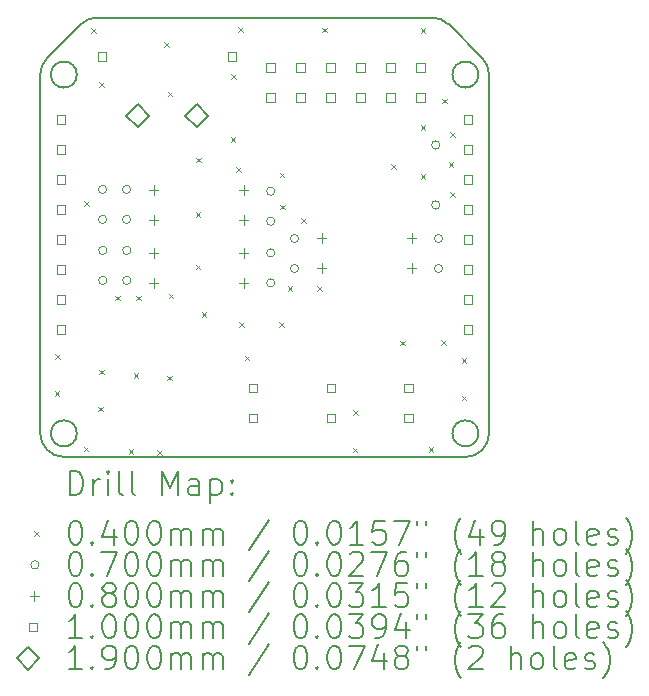
<source format=gbr>
%TF.GenerationSoftware,KiCad,Pcbnew,7.0.11*%
%TF.CreationDate,2025-01-20T01:35:28+09:00*%
%TF.ProjectId,Kicker,4b69636b-6572-42e6-9b69-6361645f7063,rev?*%
%TF.SameCoordinates,Original*%
%TF.FileFunction,Drillmap*%
%TF.FilePolarity,Positive*%
%FSLAX45Y45*%
G04 Gerber Fmt 4.5, Leading zero omitted, Abs format (unit mm)*
G04 Created by KiCad (PCBNEW 7.0.11) date 2025-01-20 01:35:28*
%MOMM*%
%LPD*%
G01*
G04 APERTURE LIST*
%ADD10C,0.200000*%
%ADD11C,0.100000*%
%ADD12C,0.190000*%
G04 APERTURE END LIST*
D10*
X14610000Y-8192742D02*
X14610000Y-11230000D01*
X14668578Y-8051319D02*
G75*
G03*
X14610000Y-8192742I141422J-141421D01*
G01*
X18351421Y-8051320D02*
X18068579Y-7768478D01*
X14951421Y-7768478D02*
X14668579Y-8051320D01*
X14610000Y-11230000D02*
G75*
G03*
X14810000Y-11430000I200000J0D01*
G01*
X18320000Y-11230000D02*
G75*
G03*
X18100000Y-11230000I-110000J0D01*
G01*
X18100000Y-11230000D02*
G75*
G03*
X18320000Y-11230000I110000J0D01*
G01*
X18068580Y-7768476D02*
G75*
G03*
X17927157Y-7709899I-141420J-141424D01*
G01*
X14810000Y-11430000D02*
X18210000Y-11430000D01*
X18210000Y-11430000D02*
G75*
G03*
X18410000Y-11230000I0J200000D01*
G01*
X15092843Y-7709901D02*
G75*
G03*
X14951421Y-7768478I-3J-199999D01*
G01*
X18410000Y-11230000D02*
X18410000Y-8192742D01*
X14920000Y-11230000D02*
G75*
G03*
X14700000Y-11230000I-110000J0D01*
G01*
X14700000Y-11230000D02*
G75*
G03*
X14920000Y-11230000I110000J0D01*
G01*
X17927157Y-7709899D02*
X15092843Y-7709899D01*
X18409999Y-8192742D02*
G75*
G03*
X18351421Y-8051320I-199999J2D01*
G01*
X14920000Y-8192742D02*
G75*
G03*
X14700000Y-8192742I-110000J0D01*
G01*
X14700000Y-8192742D02*
G75*
G03*
X14920000Y-8192742I110000J0D01*
G01*
X18320000Y-8192742D02*
G75*
G03*
X18100000Y-8192742I-110000J0D01*
G01*
X18100000Y-8192742D02*
G75*
G03*
X18320000Y-8192742I110000J0D01*
G01*
D11*
X14732000Y-10875000D02*
X14772000Y-10915000D01*
X14772000Y-10875000D02*
X14732000Y-10915000D01*
X14734000Y-10562000D02*
X14774000Y-10602000D01*
X14774000Y-10562000D02*
X14734000Y-10602000D01*
X14978000Y-11342000D02*
X15018000Y-11382000D01*
X15018000Y-11342000D02*
X14978000Y-11382000D01*
X14980000Y-9267000D02*
X15020000Y-9307000D01*
X15020000Y-9267000D02*
X14980000Y-9307000D01*
X15043000Y-7802000D02*
X15083000Y-7842000D01*
X15083000Y-7802000D02*
X15043000Y-7842000D01*
X15103000Y-11004000D02*
X15143000Y-11044000D01*
X15143000Y-11004000D02*
X15103000Y-11044000D01*
X15109000Y-8255000D02*
X15149000Y-8295000D01*
X15149000Y-8255000D02*
X15109000Y-8295000D01*
X15109000Y-10690000D02*
X15149000Y-10730000D01*
X15149000Y-10690000D02*
X15109000Y-10730000D01*
X15245400Y-10063800D02*
X15285400Y-10103800D01*
X15285400Y-10063800D02*
X15245400Y-10103800D01*
X15358000Y-11361000D02*
X15398000Y-11401000D01*
X15398000Y-11361000D02*
X15358000Y-11401000D01*
X15400000Y-10723000D02*
X15440000Y-10763000D01*
X15440000Y-10723000D02*
X15400000Y-10763000D01*
X15423200Y-10063800D02*
X15463200Y-10103800D01*
X15463200Y-10063800D02*
X15423200Y-10103800D01*
X15600000Y-11370000D02*
X15640000Y-11410000D01*
X15640000Y-11370000D02*
X15600000Y-11410000D01*
X15658000Y-7916000D02*
X15698000Y-7956000D01*
X15698000Y-7916000D02*
X15658000Y-7956000D01*
X15686000Y-10741000D02*
X15726000Y-10781000D01*
X15726000Y-10741000D02*
X15686000Y-10781000D01*
X15689000Y-8338000D02*
X15729000Y-8378000D01*
X15729000Y-8338000D02*
X15689000Y-8378000D01*
X15697000Y-10047000D02*
X15737000Y-10087000D01*
X15737000Y-10047000D02*
X15697000Y-10087000D01*
X15925000Y-9801000D02*
X15965000Y-9841000D01*
X15965000Y-9801000D02*
X15925000Y-9841000D01*
X15927000Y-9359000D02*
X15967000Y-9399000D01*
X15967000Y-9359000D02*
X15927000Y-9399000D01*
X15932000Y-8897000D02*
X15972000Y-8937000D01*
X15972000Y-8897000D02*
X15932000Y-8937000D01*
X15976000Y-10205000D02*
X16016000Y-10245000D01*
X16016000Y-10205000D02*
X15976000Y-10245000D01*
X16222000Y-8723000D02*
X16262000Y-8763000D01*
X16262000Y-8723000D02*
X16222000Y-8763000D01*
X16224000Y-8187000D02*
X16264000Y-8227000D01*
X16264000Y-8187000D02*
X16224000Y-8227000D01*
X16269000Y-8977000D02*
X16309000Y-9017000D01*
X16309000Y-8977000D02*
X16269000Y-9017000D01*
X16287000Y-7790000D02*
X16327000Y-7830000D01*
X16327000Y-7790000D02*
X16287000Y-7830000D01*
X16297000Y-10289000D02*
X16337000Y-10329000D01*
X16337000Y-10289000D02*
X16297000Y-10329000D01*
X16342000Y-10572000D02*
X16382000Y-10612000D01*
X16382000Y-10572000D02*
X16342000Y-10612000D01*
X16630000Y-10287000D02*
X16670000Y-10327000D01*
X16670000Y-10287000D02*
X16630000Y-10327000D01*
X16638000Y-9023000D02*
X16678000Y-9063000D01*
X16678000Y-9023000D02*
X16638000Y-9063000D01*
X16639000Y-9294000D02*
X16679000Y-9334000D01*
X16679000Y-9294000D02*
X16639000Y-9334000D01*
X16704000Y-9983000D02*
X16744000Y-10023000D01*
X16744000Y-9983000D02*
X16704000Y-10023000D01*
X16819000Y-9409000D02*
X16859000Y-9449000D01*
X16859000Y-9409000D02*
X16819000Y-9449000D01*
X16954000Y-9982000D02*
X16994000Y-10022000D01*
X16994000Y-9982000D02*
X16954000Y-10022000D01*
X16998000Y-7796000D02*
X17038000Y-7836000D01*
X17038000Y-7796000D02*
X16998000Y-7836000D01*
X17255000Y-11351000D02*
X17295000Y-11391000D01*
X17295000Y-11351000D02*
X17255000Y-11391000D01*
X17257000Y-11036000D02*
X17297000Y-11076000D01*
X17297000Y-11036000D02*
X17257000Y-11076000D01*
X17584000Y-8951000D02*
X17624000Y-8991000D01*
X17624000Y-8951000D02*
X17584000Y-8991000D01*
X17655000Y-10445000D02*
X17695000Y-10485000D01*
X17695000Y-10445000D02*
X17655000Y-10485000D01*
X17830000Y-7799000D02*
X17870000Y-7839000D01*
X17870000Y-7799000D02*
X17830000Y-7839000D01*
X17831000Y-9034000D02*
X17871000Y-9074000D01*
X17871000Y-9034000D02*
X17831000Y-9074000D01*
X17832000Y-8620000D02*
X17872000Y-8660000D01*
X17872000Y-8620000D02*
X17832000Y-8660000D01*
X17898000Y-11346000D02*
X17938000Y-11386000D01*
X17938000Y-11346000D02*
X17898000Y-11386000D01*
X18005000Y-10441000D02*
X18045000Y-10481000D01*
X18045000Y-10441000D02*
X18005000Y-10481000D01*
X18011000Y-8397000D02*
X18051000Y-8437000D01*
X18051000Y-8397000D02*
X18011000Y-8437000D01*
X18069000Y-8933000D02*
X18109000Y-8973000D01*
X18109000Y-8933000D02*
X18069000Y-8973000D01*
X18078000Y-8677000D02*
X18118000Y-8717000D01*
X18118000Y-8677000D02*
X18078000Y-8717000D01*
X18083000Y-9191000D02*
X18123000Y-9231000D01*
X18123000Y-9191000D02*
X18083000Y-9231000D01*
X18179000Y-10595000D02*
X18219000Y-10635000D01*
X18219000Y-10595000D02*
X18179000Y-10635000D01*
X18179000Y-10912000D02*
X18219000Y-10952000D01*
X18219000Y-10912000D02*
X18179000Y-10952000D01*
X15173400Y-9164800D02*
G75*
G03*
X15103400Y-9164800I-35000J0D01*
G01*
X15103400Y-9164800D02*
G75*
G03*
X15173400Y-9164800I35000J0D01*
G01*
X15173400Y-9418800D02*
G75*
G03*
X15103400Y-9418800I-35000J0D01*
G01*
X15103400Y-9418800D02*
G75*
G03*
X15173400Y-9418800I35000J0D01*
G01*
X15174400Y-9681900D02*
G75*
G03*
X15104400Y-9681900I-35000J0D01*
G01*
X15104400Y-9681900D02*
G75*
G03*
X15174400Y-9681900I35000J0D01*
G01*
X15174400Y-9935900D02*
G75*
G03*
X15104400Y-9935900I-35000J0D01*
G01*
X15104400Y-9935900D02*
G75*
G03*
X15174400Y-9935900I35000J0D01*
G01*
X15376600Y-9164800D02*
G75*
G03*
X15306600Y-9164800I-35000J0D01*
G01*
X15306600Y-9164800D02*
G75*
G03*
X15376600Y-9164800I35000J0D01*
G01*
X15376600Y-9418800D02*
G75*
G03*
X15306600Y-9418800I-35000J0D01*
G01*
X15306600Y-9418800D02*
G75*
G03*
X15376600Y-9418800I35000J0D01*
G01*
X15377600Y-9681900D02*
G75*
G03*
X15307600Y-9681900I-35000J0D01*
G01*
X15307600Y-9681900D02*
G75*
G03*
X15377600Y-9681900I35000J0D01*
G01*
X15377600Y-9935900D02*
G75*
G03*
X15307600Y-9935900I-35000J0D01*
G01*
X15307600Y-9935900D02*
G75*
G03*
X15377600Y-9935900I35000J0D01*
G01*
X16595800Y-9180200D02*
G75*
G03*
X16525800Y-9180200I-35000J0D01*
G01*
X16525800Y-9180200D02*
G75*
G03*
X16595800Y-9180200I35000J0D01*
G01*
X16595800Y-9434200D02*
G75*
G03*
X16525800Y-9434200I-35000J0D01*
G01*
X16525800Y-9434200D02*
G75*
G03*
X16595800Y-9434200I35000J0D01*
G01*
X16596800Y-9702300D02*
G75*
G03*
X16526800Y-9702300I-35000J0D01*
G01*
X16526800Y-9702300D02*
G75*
G03*
X16596800Y-9702300I35000J0D01*
G01*
X16596800Y-9956300D02*
G75*
G03*
X16526800Y-9956300I-35000J0D01*
G01*
X16526800Y-9956300D02*
G75*
G03*
X16596800Y-9956300I35000J0D01*
G01*
X16799000Y-9580800D02*
G75*
G03*
X16729000Y-9580800I-35000J0D01*
G01*
X16729000Y-9580800D02*
G75*
G03*
X16799000Y-9580800I35000J0D01*
G01*
X16799000Y-9834800D02*
G75*
G03*
X16729000Y-9834800I-35000J0D01*
G01*
X16729000Y-9834800D02*
G75*
G03*
X16799000Y-9834800I35000J0D01*
G01*
X17992800Y-8788400D02*
G75*
G03*
X17922800Y-8788400I-35000J0D01*
G01*
X17922800Y-8788400D02*
G75*
G03*
X17992800Y-8788400I35000J0D01*
G01*
X17992800Y-9296400D02*
G75*
G03*
X17922800Y-9296400I-35000J0D01*
G01*
X17922800Y-9296400D02*
G75*
G03*
X17992800Y-9296400I35000J0D01*
G01*
X18018200Y-9580800D02*
G75*
G03*
X17948200Y-9580800I-35000J0D01*
G01*
X17948200Y-9580800D02*
G75*
G03*
X18018200Y-9580800I35000J0D01*
G01*
X18018200Y-9834800D02*
G75*
G03*
X17948200Y-9834800I-35000J0D01*
G01*
X17948200Y-9834800D02*
G75*
G03*
X18018200Y-9834800I35000J0D01*
G01*
X15570200Y-9129400D02*
X15570200Y-9209400D01*
X15530200Y-9169400D02*
X15610200Y-9169400D01*
X15570200Y-9383400D02*
X15570200Y-9463400D01*
X15530200Y-9423400D02*
X15610200Y-9423400D01*
X15571200Y-9662300D02*
X15571200Y-9742300D01*
X15531200Y-9702300D02*
X15611200Y-9702300D01*
X15571200Y-9916300D02*
X15571200Y-9996300D01*
X15531200Y-9956300D02*
X15611200Y-9956300D01*
X16332200Y-9129400D02*
X16332200Y-9209400D01*
X16292200Y-9169400D02*
X16372200Y-9169400D01*
X16332200Y-9383400D02*
X16332200Y-9463400D01*
X16292200Y-9423400D02*
X16372200Y-9423400D01*
X16333200Y-9662300D02*
X16333200Y-9742300D01*
X16293200Y-9702300D02*
X16373200Y-9702300D01*
X16333200Y-9916300D02*
X16333200Y-9996300D01*
X16293200Y-9956300D02*
X16373200Y-9956300D01*
X16993600Y-9535300D02*
X16993600Y-9615300D01*
X16953600Y-9575300D02*
X17033600Y-9575300D01*
X16993600Y-9789300D02*
X16993600Y-9869300D01*
X16953600Y-9829300D02*
X17033600Y-9829300D01*
X17755600Y-9535300D02*
X17755600Y-9615300D01*
X17715600Y-9575300D02*
X17795600Y-9575300D01*
X17755600Y-9789300D02*
X17755600Y-9869300D01*
X17715600Y-9829300D02*
X17795600Y-9829300D01*
X14823156Y-8609097D02*
X14823156Y-8538386D01*
X14752444Y-8538386D01*
X14752444Y-8609097D01*
X14823156Y-8609097D01*
X14823156Y-8863097D02*
X14823156Y-8792386D01*
X14752444Y-8792386D01*
X14752444Y-8863097D01*
X14823156Y-8863097D01*
X14823156Y-9117097D02*
X14823156Y-9046386D01*
X14752444Y-9046386D01*
X14752444Y-9117097D01*
X14823156Y-9117097D01*
X14823156Y-9371097D02*
X14823156Y-9300386D01*
X14752444Y-9300386D01*
X14752444Y-9371097D01*
X14823156Y-9371097D01*
X14823156Y-9625097D02*
X14823156Y-9554386D01*
X14752444Y-9554386D01*
X14752444Y-9625097D01*
X14823156Y-9625097D01*
X14823156Y-9879097D02*
X14823156Y-9808386D01*
X14752444Y-9808386D01*
X14752444Y-9879097D01*
X14823156Y-9879097D01*
X14823156Y-10133097D02*
X14823156Y-10062386D01*
X14752444Y-10062386D01*
X14752444Y-10133097D01*
X14823156Y-10133097D01*
X14823156Y-10387097D02*
X14823156Y-10316386D01*
X14752444Y-10316386D01*
X14752444Y-10387097D01*
X14823156Y-10387097D01*
X15169856Y-8075156D02*
X15169856Y-8004444D01*
X15099144Y-8004444D01*
X15099144Y-8075156D01*
X15169856Y-8075156D01*
X16269856Y-8075156D02*
X16269856Y-8004444D01*
X16199144Y-8004444D01*
X16199144Y-8075156D01*
X16269856Y-8075156D01*
X16445456Y-10883156D02*
X16445456Y-10812444D01*
X16374744Y-10812444D01*
X16374744Y-10883156D01*
X16445456Y-10883156D01*
X16445456Y-11133156D02*
X16445456Y-11062444D01*
X16374744Y-11062444D01*
X16374744Y-11133156D01*
X16445456Y-11133156D01*
X16596156Y-8169556D02*
X16596156Y-8098844D01*
X16525444Y-8098844D01*
X16525444Y-8169556D01*
X16596156Y-8169556D01*
X16596156Y-8423556D02*
X16596156Y-8352844D01*
X16525444Y-8352844D01*
X16525444Y-8423556D01*
X16596156Y-8423556D01*
X16850156Y-8169556D02*
X16850156Y-8098844D01*
X16779444Y-8098844D01*
X16779444Y-8169556D01*
X16850156Y-8169556D01*
X16850156Y-8423556D02*
X16850156Y-8352844D01*
X16779444Y-8352844D01*
X16779444Y-8423556D01*
X16850156Y-8423556D01*
X17104156Y-8169556D02*
X17104156Y-8098844D01*
X17033444Y-8098844D01*
X17033444Y-8169556D01*
X17104156Y-8169556D01*
X17104156Y-8423556D02*
X17104156Y-8352844D01*
X17033444Y-8352844D01*
X17033444Y-8423556D01*
X17104156Y-8423556D01*
X17105856Y-10883156D02*
X17105856Y-10812444D01*
X17035144Y-10812444D01*
X17035144Y-10883156D01*
X17105856Y-10883156D01*
X17105856Y-11133156D02*
X17105856Y-11062444D01*
X17035144Y-11062444D01*
X17035144Y-11133156D01*
X17105856Y-11133156D01*
X17358156Y-8169556D02*
X17358156Y-8098844D01*
X17287444Y-8098844D01*
X17287444Y-8169556D01*
X17358156Y-8169556D01*
X17358156Y-8423556D02*
X17358156Y-8352844D01*
X17287444Y-8352844D01*
X17287444Y-8423556D01*
X17358156Y-8423556D01*
X17612156Y-8169556D02*
X17612156Y-8098844D01*
X17541444Y-8098844D01*
X17541444Y-8169556D01*
X17612156Y-8169556D01*
X17612156Y-8423556D02*
X17612156Y-8352844D01*
X17541444Y-8352844D01*
X17541444Y-8423556D01*
X17612156Y-8423556D01*
X17764556Y-10883156D02*
X17764556Y-10812444D01*
X17693844Y-10812444D01*
X17693844Y-10883156D01*
X17764556Y-10883156D01*
X17764556Y-11133156D02*
X17764556Y-11062444D01*
X17693844Y-11062444D01*
X17693844Y-11133156D01*
X17764556Y-11133156D01*
X17866156Y-8169556D02*
X17866156Y-8098844D01*
X17795444Y-8098844D01*
X17795444Y-8169556D01*
X17866156Y-8169556D01*
X17866156Y-8423556D02*
X17866156Y-8352844D01*
X17795444Y-8352844D01*
X17795444Y-8423556D01*
X17866156Y-8423556D01*
X18267356Y-8609097D02*
X18267356Y-8538386D01*
X18196644Y-8538386D01*
X18196644Y-8609097D01*
X18267356Y-8609097D01*
X18267356Y-8863097D02*
X18267356Y-8792386D01*
X18196644Y-8792386D01*
X18196644Y-8863097D01*
X18267356Y-8863097D01*
X18267356Y-9117097D02*
X18267356Y-9046386D01*
X18196644Y-9046386D01*
X18196644Y-9117097D01*
X18267356Y-9117097D01*
X18267356Y-9371097D02*
X18267356Y-9300386D01*
X18196644Y-9300386D01*
X18196644Y-9371097D01*
X18267356Y-9371097D01*
X18267356Y-9625097D02*
X18267356Y-9554386D01*
X18196644Y-9554386D01*
X18196644Y-9625097D01*
X18267356Y-9625097D01*
X18267356Y-9879097D02*
X18267356Y-9808386D01*
X18196644Y-9808386D01*
X18196644Y-9879097D01*
X18267356Y-9879097D01*
X18267356Y-10133097D02*
X18267356Y-10062386D01*
X18196644Y-10062386D01*
X18196644Y-10133097D01*
X18267356Y-10133097D01*
X18267356Y-10387097D02*
X18267356Y-10316386D01*
X18196644Y-10316386D01*
X18196644Y-10387097D01*
X18267356Y-10387097D01*
D12*
X15434500Y-8634800D02*
X15529500Y-8539800D01*
X15434500Y-8444800D01*
X15339500Y-8539800D01*
X15434500Y-8634800D01*
X15934500Y-8634800D02*
X16029500Y-8539800D01*
X15934500Y-8444800D01*
X15839500Y-8539800D01*
X15934500Y-8634800D01*
D10*
X14860777Y-11751484D02*
X14860777Y-11551484D01*
X14860777Y-11551484D02*
X14908396Y-11551484D01*
X14908396Y-11551484D02*
X14936967Y-11561008D01*
X14936967Y-11561008D02*
X14956015Y-11580055D01*
X14956015Y-11580055D02*
X14965539Y-11599103D01*
X14965539Y-11599103D02*
X14975062Y-11637198D01*
X14975062Y-11637198D02*
X14975062Y-11665769D01*
X14975062Y-11665769D02*
X14965539Y-11703865D01*
X14965539Y-11703865D02*
X14956015Y-11722912D01*
X14956015Y-11722912D02*
X14936967Y-11741960D01*
X14936967Y-11741960D02*
X14908396Y-11751484D01*
X14908396Y-11751484D02*
X14860777Y-11751484D01*
X15060777Y-11751484D02*
X15060777Y-11618150D01*
X15060777Y-11656246D02*
X15070301Y-11637198D01*
X15070301Y-11637198D02*
X15079824Y-11627674D01*
X15079824Y-11627674D02*
X15098872Y-11618150D01*
X15098872Y-11618150D02*
X15117920Y-11618150D01*
X15184586Y-11751484D02*
X15184586Y-11618150D01*
X15184586Y-11551484D02*
X15175062Y-11561008D01*
X15175062Y-11561008D02*
X15184586Y-11570531D01*
X15184586Y-11570531D02*
X15194110Y-11561008D01*
X15194110Y-11561008D02*
X15184586Y-11551484D01*
X15184586Y-11551484D02*
X15184586Y-11570531D01*
X15308396Y-11751484D02*
X15289348Y-11741960D01*
X15289348Y-11741960D02*
X15279824Y-11722912D01*
X15279824Y-11722912D02*
X15279824Y-11551484D01*
X15413158Y-11751484D02*
X15394110Y-11741960D01*
X15394110Y-11741960D02*
X15384586Y-11722912D01*
X15384586Y-11722912D02*
X15384586Y-11551484D01*
X15641729Y-11751484D02*
X15641729Y-11551484D01*
X15641729Y-11551484D02*
X15708396Y-11694341D01*
X15708396Y-11694341D02*
X15775062Y-11551484D01*
X15775062Y-11551484D02*
X15775062Y-11751484D01*
X15956015Y-11751484D02*
X15956015Y-11646722D01*
X15956015Y-11646722D02*
X15946491Y-11627674D01*
X15946491Y-11627674D02*
X15927443Y-11618150D01*
X15927443Y-11618150D02*
X15889348Y-11618150D01*
X15889348Y-11618150D02*
X15870301Y-11627674D01*
X15956015Y-11741960D02*
X15936967Y-11751484D01*
X15936967Y-11751484D02*
X15889348Y-11751484D01*
X15889348Y-11751484D02*
X15870301Y-11741960D01*
X15870301Y-11741960D02*
X15860777Y-11722912D01*
X15860777Y-11722912D02*
X15860777Y-11703865D01*
X15860777Y-11703865D02*
X15870301Y-11684817D01*
X15870301Y-11684817D02*
X15889348Y-11675293D01*
X15889348Y-11675293D02*
X15936967Y-11675293D01*
X15936967Y-11675293D02*
X15956015Y-11665769D01*
X16051253Y-11618150D02*
X16051253Y-11818150D01*
X16051253Y-11627674D02*
X16070301Y-11618150D01*
X16070301Y-11618150D02*
X16108396Y-11618150D01*
X16108396Y-11618150D02*
X16127443Y-11627674D01*
X16127443Y-11627674D02*
X16136967Y-11637198D01*
X16136967Y-11637198D02*
X16146491Y-11656246D01*
X16146491Y-11656246D02*
X16146491Y-11713388D01*
X16146491Y-11713388D02*
X16136967Y-11732436D01*
X16136967Y-11732436D02*
X16127443Y-11741960D01*
X16127443Y-11741960D02*
X16108396Y-11751484D01*
X16108396Y-11751484D02*
X16070301Y-11751484D01*
X16070301Y-11751484D02*
X16051253Y-11741960D01*
X16232205Y-11732436D02*
X16241729Y-11741960D01*
X16241729Y-11741960D02*
X16232205Y-11751484D01*
X16232205Y-11751484D02*
X16222682Y-11741960D01*
X16222682Y-11741960D02*
X16232205Y-11732436D01*
X16232205Y-11732436D02*
X16232205Y-11751484D01*
X16232205Y-11627674D02*
X16241729Y-11637198D01*
X16241729Y-11637198D02*
X16232205Y-11646722D01*
X16232205Y-11646722D02*
X16222682Y-11637198D01*
X16222682Y-11637198D02*
X16232205Y-11627674D01*
X16232205Y-11627674D02*
X16232205Y-11646722D01*
D11*
X14560000Y-12060000D02*
X14600000Y-12100000D01*
X14600000Y-12060000D02*
X14560000Y-12100000D01*
D10*
X14898872Y-11971484D02*
X14917920Y-11971484D01*
X14917920Y-11971484D02*
X14936967Y-11981008D01*
X14936967Y-11981008D02*
X14946491Y-11990531D01*
X14946491Y-11990531D02*
X14956015Y-12009579D01*
X14956015Y-12009579D02*
X14965539Y-12047674D01*
X14965539Y-12047674D02*
X14965539Y-12095293D01*
X14965539Y-12095293D02*
X14956015Y-12133388D01*
X14956015Y-12133388D02*
X14946491Y-12152436D01*
X14946491Y-12152436D02*
X14936967Y-12161960D01*
X14936967Y-12161960D02*
X14917920Y-12171484D01*
X14917920Y-12171484D02*
X14898872Y-12171484D01*
X14898872Y-12171484D02*
X14879824Y-12161960D01*
X14879824Y-12161960D02*
X14870301Y-12152436D01*
X14870301Y-12152436D02*
X14860777Y-12133388D01*
X14860777Y-12133388D02*
X14851253Y-12095293D01*
X14851253Y-12095293D02*
X14851253Y-12047674D01*
X14851253Y-12047674D02*
X14860777Y-12009579D01*
X14860777Y-12009579D02*
X14870301Y-11990531D01*
X14870301Y-11990531D02*
X14879824Y-11981008D01*
X14879824Y-11981008D02*
X14898872Y-11971484D01*
X15051253Y-12152436D02*
X15060777Y-12161960D01*
X15060777Y-12161960D02*
X15051253Y-12171484D01*
X15051253Y-12171484D02*
X15041729Y-12161960D01*
X15041729Y-12161960D02*
X15051253Y-12152436D01*
X15051253Y-12152436D02*
X15051253Y-12171484D01*
X15232205Y-12038150D02*
X15232205Y-12171484D01*
X15184586Y-11961960D02*
X15136967Y-12104817D01*
X15136967Y-12104817D02*
X15260777Y-12104817D01*
X15375062Y-11971484D02*
X15394110Y-11971484D01*
X15394110Y-11971484D02*
X15413158Y-11981008D01*
X15413158Y-11981008D02*
X15422682Y-11990531D01*
X15422682Y-11990531D02*
X15432205Y-12009579D01*
X15432205Y-12009579D02*
X15441729Y-12047674D01*
X15441729Y-12047674D02*
X15441729Y-12095293D01*
X15441729Y-12095293D02*
X15432205Y-12133388D01*
X15432205Y-12133388D02*
X15422682Y-12152436D01*
X15422682Y-12152436D02*
X15413158Y-12161960D01*
X15413158Y-12161960D02*
X15394110Y-12171484D01*
X15394110Y-12171484D02*
X15375062Y-12171484D01*
X15375062Y-12171484D02*
X15356015Y-12161960D01*
X15356015Y-12161960D02*
X15346491Y-12152436D01*
X15346491Y-12152436D02*
X15336967Y-12133388D01*
X15336967Y-12133388D02*
X15327443Y-12095293D01*
X15327443Y-12095293D02*
X15327443Y-12047674D01*
X15327443Y-12047674D02*
X15336967Y-12009579D01*
X15336967Y-12009579D02*
X15346491Y-11990531D01*
X15346491Y-11990531D02*
X15356015Y-11981008D01*
X15356015Y-11981008D02*
X15375062Y-11971484D01*
X15565539Y-11971484D02*
X15584586Y-11971484D01*
X15584586Y-11971484D02*
X15603634Y-11981008D01*
X15603634Y-11981008D02*
X15613158Y-11990531D01*
X15613158Y-11990531D02*
X15622682Y-12009579D01*
X15622682Y-12009579D02*
X15632205Y-12047674D01*
X15632205Y-12047674D02*
X15632205Y-12095293D01*
X15632205Y-12095293D02*
X15622682Y-12133388D01*
X15622682Y-12133388D02*
X15613158Y-12152436D01*
X15613158Y-12152436D02*
X15603634Y-12161960D01*
X15603634Y-12161960D02*
X15584586Y-12171484D01*
X15584586Y-12171484D02*
X15565539Y-12171484D01*
X15565539Y-12171484D02*
X15546491Y-12161960D01*
X15546491Y-12161960D02*
X15536967Y-12152436D01*
X15536967Y-12152436D02*
X15527443Y-12133388D01*
X15527443Y-12133388D02*
X15517920Y-12095293D01*
X15517920Y-12095293D02*
X15517920Y-12047674D01*
X15517920Y-12047674D02*
X15527443Y-12009579D01*
X15527443Y-12009579D02*
X15536967Y-11990531D01*
X15536967Y-11990531D02*
X15546491Y-11981008D01*
X15546491Y-11981008D02*
X15565539Y-11971484D01*
X15717920Y-12171484D02*
X15717920Y-12038150D01*
X15717920Y-12057198D02*
X15727443Y-12047674D01*
X15727443Y-12047674D02*
X15746491Y-12038150D01*
X15746491Y-12038150D02*
X15775063Y-12038150D01*
X15775063Y-12038150D02*
X15794110Y-12047674D01*
X15794110Y-12047674D02*
X15803634Y-12066722D01*
X15803634Y-12066722D02*
X15803634Y-12171484D01*
X15803634Y-12066722D02*
X15813158Y-12047674D01*
X15813158Y-12047674D02*
X15832205Y-12038150D01*
X15832205Y-12038150D02*
X15860777Y-12038150D01*
X15860777Y-12038150D02*
X15879824Y-12047674D01*
X15879824Y-12047674D02*
X15889348Y-12066722D01*
X15889348Y-12066722D02*
X15889348Y-12171484D01*
X15984586Y-12171484D02*
X15984586Y-12038150D01*
X15984586Y-12057198D02*
X15994110Y-12047674D01*
X15994110Y-12047674D02*
X16013158Y-12038150D01*
X16013158Y-12038150D02*
X16041729Y-12038150D01*
X16041729Y-12038150D02*
X16060777Y-12047674D01*
X16060777Y-12047674D02*
X16070301Y-12066722D01*
X16070301Y-12066722D02*
X16070301Y-12171484D01*
X16070301Y-12066722D02*
X16079824Y-12047674D01*
X16079824Y-12047674D02*
X16098872Y-12038150D01*
X16098872Y-12038150D02*
X16127443Y-12038150D01*
X16127443Y-12038150D02*
X16146491Y-12047674D01*
X16146491Y-12047674D02*
X16156015Y-12066722D01*
X16156015Y-12066722D02*
X16156015Y-12171484D01*
X16546491Y-11961960D02*
X16375063Y-12219103D01*
X16803634Y-11971484D02*
X16822682Y-11971484D01*
X16822682Y-11971484D02*
X16841729Y-11981008D01*
X16841729Y-11981008D02*
X16851253Y-11990531D01*
X16851253Y-11990531D02*
X16860777Y-12009579D01*
X16860777Y-12009579D02*
X16870301Y-12047674D01*
X16870301Y-12047674D02*
X16870301Y-12095293D01*
X16870301Y-12095293D02*
X16860777Y-12133388D01*
X16860777Y-12133388D02*
X16851253Y-12152436D01*
X16851253Y-12152436D02*
X16841729Y-12161960D01*
X16841729Y-12161960D02*
X16822682Y-12171484D01*
X16822682Y-12171484D02*
X16803634Y-12171484D01*
X16803634Y-12171484D02*
X16784587Y-12161960D01*
X16784587Y-12161960D02*
X16775063Y-12152436D01*
X16775063Y-12152436D02*
X16765539Y-12133388D01*
X16765539Y-12133388D02*
X16756015Y-12095293D01*
X16756015Y-12095293D02*
X16756015Y-12047674D01*
X16756015Y-12047674D02*
X16765539Y-12009579D01*
X16765539Y-12009579D02*
X16775063Y-11990531D01*
X16775063Y-11990531D02*
X16784587Y-11981008D01*
X16784587Y-11981008D02*
X16803634Y-11971484D01*
X16956015Y-12152436D02*
X16965539Y-12161960D01*
X16965539Y-12161960D02*
X16956015Y-12171484D01*
X16956015Y-12171484D02*
X16946491Y-12161960D01*
X16946491Y-12161960D02*
X16956015Y-12152436D01*
X16956015Y-12152436D02*
X16956015Y-12171484D01*
X17089348Y-11971484D02*
X17108396Y-11971484D01*
X17108396Y-11971484D02*
X17127444Y-11981008D01*
X17127444Y-11981008D02*
X17136968Y-11990531D01*
X17136968Y-11990531D02*
X17146491Y-12009579D01*
X17146491Y-12009579D02*
X17156015Y-12047674D01*
X17156015Y-12047674D02*
X17156015Y-12095293D01*
X17156015Y-12095293D02*
X17146491Y-12133388D01*
X17146491Y-12133388D02*
X17136968Y-12152436D01*
X17136968Y-12152436D02*
X17127444Y-12161960D01*
X17127444Y-12161960D02*
X17108396Y-12171484D01*
X17108396Y-12171484D02*
X17089348Y-12171484D01*
X17089348Y-12171484D02*
X17070301Y-12161960D01*
X17070301Y-12161960D02*
X17060777Y-12152436D01*
X17060777Y-12152436D02*
X17051253Y-12133388D01*
X17051253Y-12133388D02*
X17041729Y-12095293D01*
X17041729Y-12095293D02*
X17041729Y-12047674D01*
X17041729Y-12047674D02*
X17051253Y-12009579D01*
X17051253Y-12009579D02*
X17060777Y-11990531D01*
X17060777Y-11990531D02*
X17070301Y-11981008D01*
X17070301Y-11981008D02*
X17089348Y-11971484D01*
X17346491Y-12171484D02*
X17232206Y-12171484D01*
X17289348Y-12171484D02*
X17289348Y-11971484D01*
X17289348Y-11971484D02*
X17270301Y-12000055D01*
X17270301Y-12000055D02*
X17251253Y-12019103D01*
X17251253Y-12019103D02*
X17232206Y-12028627D01*
X17527444Y-11971484D02*
X17432206Y-11971484D01*
X17432206Y-11971484D02*
X17422682Y-12066722D01*
X17422682Y-12066722D02*
X17432206Y-12057198D01*
X17432206Y-12057198D02*
X17451253Y-12047674D01*
X17451253Y-12047674D02*
X17498872Y-12047674D01*
X17498872Y-12047674D02*
X17517920Y-12057198D01*
X17517920Y-12057198D02*
X17527444Y-12066722D01*
X17527444Y-12066722D02*
X17536968Y-12085769D01*
X17536968Y-12085769D02*
X17536968Y-12133388D01*
X17536968Y-12133388D02*
X17527444Y-12152436D01*
X17527444Y-12152436D02*
X17517920Y-12161960D01*
X17517920Y-12161960D02*
X17498872Y-12171484D01*
X17498872Y-12171484D02*
X17451253Y-12171484D01*
X17451253Y-12171484D02*
X17432206Y-12161960D01*
X17432206Y-12161960D02*
X17422682Y-12152436D01*
X17603634Y-11971484D02*
X17736968Y-11971484D01*
X17736968Y-11971484D02*
X17651253Y-12171484D01*
X17803634Y-11971484D02*
X17803634Y-12009579D01*
X17879825Y-11971484D02*
X17879825Y-12009579D01*
X18175063Y-12247674D02*
X18165539Y-12238150D01*
X18165539Y-12238150D02*
X18146491Y-12209579D01*
X18146491Y-12209579D02*
X18136968Y-12190531D01*
X18136968Y-12190531D02*
X18127444Y-12161960D01*
X18127444Y-12161960D02*
X18117920Y-12114341D01*
X18117920Y-12114341D02*
X18117920Y-12076246D01*
X18117920Y-12076246D02*
X18127444Y-12028627D01*
X18127444Y-12028627D02*
X18136968Y-12000055D01*
X18136968Y-12000055D02*
X18146491Y-11981008D01*
X18146491Y-11981008D02*
X18165539Y-11952436D01*
X18165539Y-11952436D02*
X18175063Y-11942912D01*
X18336968Y-12038150D02*
X18336968Y-12171484D01*
X18289349Y-11961960D02*
X18241730Y-12104817D01*
X18241730Y-12104817D02*
X18365539Y-12104817D01*
X18451253Y-12171484D02*
X18489349Y-12171484D01*
X18489349Y-12171484D02*
X18508396Y-12161960D01*
X18508396Y-12161960D02*
X18517920Y-12152436D01*
X18517920Y-12152436D02*
X18536968Y-12123865D01*
X18536968Y-12123865D02*
X18546491Y-12085769D01*
X18546491Y-12085769D02*
X18546491Y-12009579D01*
X18546491Y-12009579D02*
X18536968Y-11990531D01*
X18536968Y-11990531D02*
X18527444Y-11981008D01*
X18527444Y-11981008D02*
X18508396Y-11971484D01*
X18508396Y-11971484D02*
X18470301Y-11971484D01*
X18470301Y-11971484D02*
X18451253Y-11981008D01*
X18451253Y-11981008D02*
X18441730Y-11990531D01*
X18441730Y-11990531D02*
X18432206Y-12009579D01*
X18432206Y-12009579D02*
X18432206Y-12057198D01*
X18432206Y-12057198D02*
X18441730Y-12076246D01*
X18441730Y-12076246D02*
X18451253Y-12085769D01*
X18451253Y-12085769D02*
X18470301Y-12095293D01*
X18470301Y-12095293D02*
X18508396Y-12095293D01*
X18508396Y-12095293D02*
X18527444Y-12085769D01*
X18527444Y-12085769D02*
X18536968Y-12076246D01*
X18536968Y-12076246D02*
X18546491Y-12057198D01*
X18784587Y-12171484D02*
X18784587Y-11971484D01*
X18870301Y-12171484D02*
X18870301Y-12066722D01*
X18870301Y-12066722D02*
X18860777Y-12047674D01*
X18860777Y-12047674D02*
X18841730Y-12038150D01*
X18841730Y-12038150D02*
X18813158Y-12038150D01*
X18813158Y-12038150D02*
X18794111Y-12047674D01*
X18794111Y-12047674D02*
X18784587Y-12057198D01*
X18994111Y-12171484D02*
X18975063Y-12161960D01*
X18975063Y-12161960D02*
X18965539Y-12152436D01*
X18965539Y-12152436D02*
X18956015Y-12133388D01*
X18956015Y-12133388D02*
X18956015Y-12076246D01*
X18956015Y-12076246D02*
X18965539Y-12057198D01*
X18965539Y-12057198D02*
X18975063Y-12047674D01*
X18975063Y-12047674D02*
X18994111Y-12038150D01*
X18994111Y-12038150D02*
X19022682Y-12038150D01*
X19022682Y-12038150D02*
X19041730Y-12047674D01*
X19041730Y-12047674D02*
X19051253Y-12057198D01*
X19051253Y-12057198D02*
X19060777Y-12076246D01*
X19060777Y-12076246D02*
X19060777Y-12133388D01*
X19060777Y-12133388D02*
X19051253Y-12152436D01*
X19051253Y-12152436D02*
X19041730Y-12161960D01*
X19041730Y-12161960D02*
X19022682Y-12171484D01*
X19022682Y-12171484D02*
X18994111Y-12171484D01*
X19175063Y-12171484D02*
X19156015Y-12161960D01*
X19156015Y-12161960D02*
X19146492Y-12142912D01*
X19146492Y-12142912D02*
X19146492Y-11971484D01*
X19327444Y-12161960D02*
X19308396Y-12171484D01*
X19308396Y-12171484D02*
X19270301Y-12171484D01*
X19270301Y-12171484D02*
X19251253Y-12161960D01*
X19251253Y-12161960D02*
X19241730Y-12142912D01*
X19241730Y-12142912D02*
X19241730Y-12066722D01*
X19241730Y-12066722D02*
X19251253Y-12047674D01*
X19251253Y-12047674D02*
X19270301Y-12038150D01*
X19270301Y-12038150D02*
X19308396Y-12038150D01*
X19308396Y-12038150D02*
X19327444Y-12047674D01*
X19327444Y-12047674D02*
X19336968Y-12066722D01*
X19336968Y-12066722D02*
X19336968Y-12085769D01*
X19336968Y-12085769D02*
X19241730Y-12104817D01*
X19413158Y-12161960D02*
X19432206Y-12171484D01*
X19432206Y-12171484D02*
X19470301Y-12171484D01*
X19470301Y-12171484D02*
X19489349Y-12161960D01*
X19489349Y-12161960D02*
X19498873Y-12142912D01*
X19498873Y-12142912D02*
X19498873Y-12133388D01*
X19498873Y-12133388D02*
X19489349Y-12114341D01*
X19489349Y-12114341D02*
X19470301Y-12104817D01*
X19470301Y-12104817D02*
X19441730Y-12104817D01*
X19441730Y-12104817D02*
X19422682Y-12095293D01*
X19422682Y-12095293D02*
X19413158Y-12076246D01*
X19413158Y-12076246D02*
X19413158Y-12066722D01*
X19413158Y-12066722D02*
X19422682Y-12047674D01*
X19422682Y-12047674D02*
X19441730Y-12038150D01*
X19441730Y-12038150D02*
X19470301Y-12038150D01*
X19470301Y-12038150D02*
X19489349Y-12047674D01*
X19565539Y-12247674D02*
X19575063Y-12238150D01*
X19575063Y-12238150D02*
X19594111Y-12209579D01*
X19594111Y-12209579D02*
X19603634Y-12190531D01*
X19603634Y-12190531D02*
X19613158Y-12161960D01*
X19613158Y-12161960D02*
X19622682Y-12114341D01*
X19622682Y-12114341D02*
X19622682Y-12076246D01*
X19622682Y-12076246D02*
X19613158Y-12028627D01*
X19613158Y-12028627D02*
X19603634Y-12000055D01*
X19603634Y-12000055D02*
X19594111Y-11981008D01*
X19594111Y-11981008D02*
X19575063Y-11952436D01*
X19575063Y-11952436D02*
X19565539Y-11942912D01*
D11*
X14600000Y-12344000D02*
G75*
G03*
X14530000Y-12344000I-35000J0D01*
G01*
X14530000Y-12344000D02*
G75*
G03*
X14600000Y-12344000I35000J0D01*
G01*
D10*
X14898872Y-12235484D02*
X14917920Y-12235484D01*
X14917920Y-12235484D02*
X14936967Y-12245008D01*
X14936967Y-12245008D02*
X14946491Y-12254531D01*
X14946491Y-12254531D02*
X14956015Y-12273579D01*
X14956015Y-12273579D02*
X14965539Y-12311674D01*
X14965539Y-12311674D02*
X14965539Y-12359293D01*
X14965539Y-12359293D02*
X14956015Y-12397388D01*
X14956015Y-12397388D02*
X14946491Y-12416436D01*
X14946491Y-12416436D02*
X14936967Y-12425960D01*
X14936967Y-12425960D02*
X14917920Y-12435484D01*
X14917920Y-12435484D02*
X14898872Y-12435484D01*
X14898872Y-12435484D02*
X14879824Y-12425960D01*
X14879824Y-12425960D02*
X14870301Y-12416436D01*
X14870301Y-12416436D02*
X14860777Y-12397388D01*
X14860777Y-12397388D02*
X14851253Y-12359293D01*
X14851253Y-12359293D02*
X14851253Y-12311674D01*
X14851253Y-12311674D02*
X14860777Y-12273579D01*
X14860777Y-12273579D02*
X14870301Y-12254531D01*
X14870301Y-12254531D02*
X14879824Y-12245008D01*
X14879824Y-12245008D02*
X14898872Y-12235484D01*
X15051253Y-12416436D02*
X15060777Y-12425960D01*
X15060777Y-12425960D02*
X15051253Y-12435484D01*
X15051253Y-12435484D02*
X15041729Y-12425960D01*
X15041729Y-12425960D02*
X15051253Y-12416436D01*
X15051253Y-12416436D02*
X15051253Y-12435484D01*
X15127443Y-12235484D02*
X15260777Y-12235484D01*
X15260777Y-12235484D02*
X15175062Y-12435484D01*
X15375062Y-12235484D02*
X15394110Y-12235484D01*
X15394110Y-12235484D02*
X15413158Y-12245008D01*
X15413158Y-12245008D02*
X15422682Y-12254531D01*
X15422682Y-12254531D02*
X15432205Y-12273579D01*
X15432205Y-12273579D02*
X15441729Y-12311674D01*
X15441729Y-12311674D02*
X15441729Y-12359293D01*
X15441729Y-12359293D02*
X15432205Y-12397388D01*
X15432205Y-12397388D02*
X15422682Y-12416436D01*
X15422682Y-12416436D02*
X15413158Y-12425960D01*
X15413158Y-12425960D02*
X15394110Y-12435484D01*
X15394110Y-12435484D02*
X15375062Y-12435484D01*
X15375062Y-12435484D02*
X15356015Y-12425960D01*
X15356015Y-12425960D02*
X15346491Y-12416436D01*
X15346491Y-12416436D02*
X15336967Y-12397388D01*
X15336967Y-12397388D02*
X15327443Y-12359293D01*
X15327443Y-12359293D02*
X15327443Y-12311674D01*
X15327443Y-12311674D02*
X15336967Y-12273579D01*
X15336967Y-12273579D02*
X15346491Y-12254531D01*
X15346491Y-12254531D02*
X15356015Y-12245008D01*
X15356015Y-12245008D02*
X15375062Y-12235484D01*
X15565539Y-12235484D02*
X15584586Y-12235484D01*
X15584586Y-12235484D02*
X15603634Y-12245008D01*
X15603634Y-12245008D02*
X15613158Y-12254531D01*
X15613158Y-12254531D02*
X15622682Y-12273579D01*
X15622682Y-12273579D02*
X15632205Y-12311674D01*
X15632205Y-12311674D02*
X15632205Y-12359293D01*
X15632205Y-12359293D02*
X15622682Y-12397388D01*
X15622682Y-12397388D02*
X15613158Y-12416436D01*
X15613158Y-12416436D02*
X15603634Y-12425960D01*
X15603634Y-12425960D02*
X15584586Y-12435484D01*
X15584586Y-12435484D02*
X15565539Y-12435484D01*
X15565539Y-12435484D02*
X15546491Y-12425960D01*
X15546491Y-12425960D02*
X15536967Y-12416436D01*
X15536967Y-12416436D02*
X15527443Y-12397388D01*
X15527443Y-12397388D02*
X15517920Y-12359293D01*
X15517920Y-12359293D02*
X15517920Y-12311674D01*
X15517920Y-12311674D02*
X15527443Y-12273579D01*
X15527443Y-12273579D02*
X15536967Y-12254531D01*
X15536967Y-12254531D02*
X15546491Y-12245008D01*
X15546491Y-12245008D02*
X15565539Y-12235484D01*
X15717920Y-12435484D02*
X15717920Y-12302150D01*
X15717920Y-12321198D02*
X15727443Y-12311674D01*
X15727443Y-12311674D02*
X15746491Y-12302150D01*
X15746491Y-12302150D02*
X15775063Y-12302150D01*
X15775063Y-12302150D02*
X15794110Y-12311674D01*
X15794110Y-12311674D02*
X15803634Y-12330722D01*
X15803634Y-12330722D02*
X15803634Y-12435484D01*
X15803634Y-12330722D02*
X15813158Y-12311674D01*
X15813158Y-12311674D02*
X15832205Y-12302150D01*
X15832205Y-12302150D02*
X15860777Y-12302150D01*
X15860777Y-12302150D02*
X15879824Y-12311674D01*
X15879824Y-12311674D02*
X15889348Y-12330722D01*
X15889348Y-12330722D02*
X15889348Y-12435484D01*
X15984586Y-12435484D02*
X15984586Y-12302150D01*
X15984586Y-12321198D02*
X15994110Y-12311674D01*
X15994110Y-12311674D02*
X16013158Y-12302150D01*
X16013158Y-12302150D02*
X16041729Y-12302150D01*
X16041729Y-12302150D02*
X16060777Y-12311674D01*
X16060777Y-12311674D02*
X16070301Y-12330722D01*
X16070301Y-12330722D02*
X16070301Y-12435484D01*
X16070301Y-12330722D02*
X16079824Y-12311674D01*
X16079824Y-12311674D02*
X16098872Y-12302150D01*
X16098872Y-12302150D02*
X16127443Y-12302150D01*
X16127443Y-12302150D02*
X16146491Y-12311674D01*
X16146491Y-12311674D02*
X16156015Y-12330722D01*
X16156015Y-12330722D02*
X16156015Y-12435484D01*
X16546491Y-12225960D02*
X16375063Y-12483103D01*
X16803634Y-12235484D02*
X16822682Y-12235484D01*
X16822682Y-12235484D02*
X16841729Y-12245008D01*
X16841729Y-12245008D02*
X16851253Y-12254531D01*
X16851253Y-12254531D02*
X16860777Y-12273579D01*
X16860777Y-12273579D02*
X16870301Y-12311674D01*
X16870301Y-12311674D02*
X16870301Y-12359293D01*
X16870301Y-12359293D02*
X16860777Y-12397388D01*
X16860777Y-12397388D02*
X16851253Y-12416436D01*
X16851253Y-12416436D02*
X16841729Y-12425960D01*
X16841729Y-12425960D02*
X16822682Y-12435484D01*
X16822682Y-12435484D02*
X16803634Y-12435484D01*
X16803634Y-12435484D02*
X16784587Y-12425960D01*
X16784587Y-12425960D02*
X16775063Y-12416436D01*
X16775063Y-12416436D02*
X16765539Y-12397388D01*
X16765539Y-12397388D02*
X16756015Y-12359293D01*
X16756015Y-12359293D02*
X16756015Y-12311674D01*
X16756015Y-12311674D02*
X16765539Y-12273579D01*
X16765539Y-12273579D02*
X16775063Y-12254531D01*
X16775063Y-12254531D02*
X16784587Y-12245008D01*
X16784587Y-12245008D02*
X16803634Y-12235484D01*
X16956015Y-12416436D02*
X16965539Y-12425960D01*
X16965539Y-12425960D02*
X16956015Y-12435484D01*
X16956015Y-12435484D02*
X16946491Y-12425960D01*
X16946491Y-12425960D02*
X16956015Y-12416436D01*
X16956015Y-12416436D02*
X16956015Y-12435484D01*
X17089348Y-12235484D02*
X17108396Y-12235484D01*
X17108396Y-12235484D02*
X17127444Y-12245008D01*
X17127444Y-12245008D02*
X17136968Y-12254531D01*
X17136968Y-12254531D02*
X17146491Y-12273579D01*
X17146491Y-12273579D02*
X17156015Y-12311674D01*
X17156015Y-12311674D02*
X17156015Y-12359293D01*
X17156015Y-12359293D02*
X17146491Y-12397388D01*
X17146491Y-12397388D02*
X17136968Y-12416436D01*
X17136968Y-12416436D02*
X17127444Y-12425960D01*
X17127444Y-12425960D02*
X17108396Y-12435484D01*
X17108396Y-12435484D02*
X17089348Y-12435484D01*
X17089348Y-12435484D02*
X17070301Y-12425960D01*
X17070301Y-12425960D02*
X17060777Y-12416436D01*
X17060777Y-12416436D02*
X17051253Y-12397388D01*
X17051253Y-12397388D02*
X17041729Y-12359293D01*
X17041729Y-12359293D02*
X17041729Y-12311674D01*
X17041729Y-12311674D02*
X17051253Y-12273579D01*
X17051253Y-12273579D02*
X17060777Y-12254531D01*
X17060777Y-12254531D02*
X17070301Y-12245008D01*
X17070301Y-12245008D02*
X17089348Y-12235484D01*
X17232206Y-12254531D02*
X17241729Y-12245008D01*
X17241729Y-12245008D02*
X17260777Y-12235484D01*
X17260777Y-12235484D02*
X17308396Y-12235484D01*
X17308396Y-12235484D02*
X17327444Y-12245008D01*
X17327444Y-12245008D02*
X17336968Y-12254531D01*
X17336968Y-12254531D02*
X17346491Y-12273579D01*
X17346491Y-12273579D02*
X17346491Y-12292627D01*
X17346491Y-12292627D02*
X17336968Y-12321198D01*
X17336968Y-12321198D02*
X17222682Y-12435484D01*
X17222682Y-12435484D02*
X17346491Y-12435484D01*
X17413158Y-12235484D02*
X17546491Y-12235484D01*
X17546491Y-12235484D02*
X17460777Y-12435484D01*
X17708396Y-12235484D02*
X17670301Y-12235484D01*
X17670301Y-12235484D02*
X17651253Y-12245008D01*
X17651253Y-12245008D02*
X17641729Y-12254531D01*
X17641729Y-12254531D02*
X17622682Y-12283103D01*
X17622682Y-12283103D02*
X17613158Y-12321198D01*
X17613158Y-12321198D02*
X17613158Y-12397388D01*
X17613158Y-12397388D02*
X17622682Y-12416436D01*
X17622682Y-12416436D02*
X17632206Y-12425960D01*
X17632206Y-12425960D02*
X17651253Y-12435484D01*
X17651253Y-12435484D02*
X17689349Y-12435484D01*
X17689349Y-12435484D02*
X17708396Y-12425960D01*
X17708396Y-12425960D02*
X17717920Y-12416436D01*
X17717920Y-12416436D02*
X17727444Y-12397388D01*
X17727444Y-12397388D02*
X17727444Y-12349769D01*
X17727444Y-12349769D02*
X17717920Y-12330722D01*
X17717920Y-12330722D02*
X17708396Y-12321198D01*
X17708396Y-12321198D02*
X17689349Y-12311674D01*
X17689349Y-12311674D02*
X17651253Y-12311674D01*
X17651253Y-12311674D02*
X17632206Y-12321198D01*
X17632206Y-12321198D02*
X17622682Y-12330722D01*
X17622682Y-12330722D02*
X17613158Y-12349769D01*
X17803634Y-12235484D02*
X17803634Y-12273579D01*
X17879825Y-12235484D02*
X17879825Y-12273579D01*
X18175063Y-12511674D02*
X18165539Y-12502150D01*
X18165539Y-12502150D02*
X18146491Y-12473579D01*
X18146491Y-12473579D02*
X18136968Y-12454531D01*
X18136968Y-12454531D02*
X18127444Y-12425960D01*
X18127444Y-12425960D02*
X18117920Y-12378341D01*
X18117920Y-12378341D02*
X18117920Y-12340246D01*
X18117920Y-12340246D02*
X18127444Y-12292627D01*
X18127444Y-12292627D02*
X18136968Y-12264055D01*
X18136968Y-12264055D02*
X18146491Y-12245008D01*
X18146491Y-12245008D02*
X18165539Y-12216436D01*
X18165539Y-12216436D02*
X18175063Y-12206912D01*
X18356015Y-12435484D02*
X18241730Y-12435484D01*
X18298872Y-12435484D02*
X18298872Y-12235484D01*
X18298872Y-12235484D02*
X18279825Y-12264055D01*
X18279825Y-12264055D02*
X18260777Y-12283103D01*
X18260777Y-12283103D02*
X18241730Y-12292627D01*
X18470301Y-12321198D02*
X18451253Y-12311674D01*
X18451253Y-12311674D02*
X18441730Y-12302150D01*
X18441730Y-12302150D02*
X18432206Y-12283103D01*
X18432206Y-12283103D02*
X18432206Y-12273579D01*
X18432206Y-12273579D02*
X18441730Y-12254531D01*
X18441730Y-12254531D02*
X18451253Y-12245008D01*
X18451253Y-12245008D02*
X18470301Y-12235484D01*
X18470301Y-12235484D02*
X18508396Y-12235484D01*
X18508396Y-12235484D02*
X18527444Y-12245008D01*
X18527444Y-12245008D02*
X18536968Y-12254531D01*
X18536968Y-12254531D02*
X18546491Y-12273579D01*
X18546491Y-12273579D02*
X18546491Y-12283103D01*
X18546491Y-12283103D02*
X18536968Y-12302150D01*
X18536968Y-12302150D02*
X18527444Y-12311674D01*
X18527444Y-12311674D02*
X18508396Y-12321198D01*
X18508396Y-12321198D02*
X18470301Y-12321198D01*
X18470301Y-12321198D02*
X18451253Y-12330722D01*
X18451253Y-12330722D02*
X18441730Y-12340246D01*
X18441730Y-12340246D02*
X18432206Y-12359293D01*
X18432206Y-12359293D02*
X18432206Y-12397388D01*
X18432206Y-12397388D02*
X18441730Y-12416436D01*
X18441730Y-12416436D02*
X18451253Y-12425960D01*
X18451253Y-12425960D02*
X18470301Y-12435484D01*
X18470301Y-12435484D02*
X18508396Y-12435484D01*
X18508396Y-12435484D02*
X18527444Y-12425960D01*
X18527444Y-12425960D02*
X18536968Y-12416436D01*
X18536968Y-12416436D02*
X18546491Y-12397388D01*
X18546491Y-12397388D02*
X18546491Y-12359293D01*
X18546491Y-12359293D02*
X18536968Y-12340246D01*
X18536968Y-12340246D02*
X18527444Y-12330722D01*
X18527444Y-12330722D02*
X18508396Y-12321198D01*
X18784587Y-12435484D02*
X18784587Y-12235484D01*
X18870301Y-12435484D02*
X18870301Y-12330722D01*
X18870301Y-12330722D02*
X18860777Y-12311674D01*
X18860777Y-12311674D02*
X18841730Y-12302150D01*
X18841730Y-12302150D02*
X18813158Y-12302150D01*
X18813158Y-12302150D02*
X18794111Y-12311674D01*
X18794111Y-12311674D02*
X18784587Y-12321198D01*
X18994111Y-12435484D02*
X18975063Y-12425960D01*
X18975063Y-12425960D02*
X18965539Y-12416436D01*
X18965539Y-12416436D02*
X18956015Y-12397388D01*
X18956015Y-12397388D02*
X18956015Y-12340246D01*
X18956015Y-12340246D02*
X18965539Y-12321198D01*
X18965539Y-12321198D02*
X18975063Y-12311674D01*
X18975063Y-12311674D02*
X18994111Y-12302150D01*
X18994111Y-12302150D02*
X19022682Y-12302150D01*
X19022682Y-12302150D02*
X19041730Y-12311674D01*
X19041730Y-12311674D02*
X19051253Y-12321198D01*
X19051253Y-12321198D02*
X19060777Y-12340246D01*
X19060777Y-12340246D02*
X19060777Y-12397388D01*
X19060777Y-12397388D02*
X19051253Y-12416436D01*
X19051253Y-12416436D02*
X19041730Y-12425960D01*
X19041730Y-12425960D02*
X19022682Y-12435484D01*
X19022682Y-12435484D02*
X18994111Y-12435484D01*
X19175063Y-12435484D02*
X19156015Y-12425960D01*
X19156015Y-12425960D02*
X19146492Y-12406912D01*
X19146492Y-12406912D02*
X19146492Y-12235484D01*
X19327444Y-12425960D02*
X19308396Y-12435484D01*
X19308396Y-12435484D02*
X19270301Y-12435484D01*
X19270301Y-12435484D02*
X19251253Y-12425960D01*
X19251253Y-12425960D02*
X19241730Y-12406912D01*
X19241730Y-12406912D02*
X19241730Y-12330722D01*
X19241730Y-12330722D02*
X19251253Y-12311674D01*
X19251253Y-12311674D02*
X19270301Y-12302150D01*
X19270301Y-12302150D02*
X19308396Y-12302150D01*
X19308396Y-12302150D02*
X19327444Y-12311674D01*
X19327444Y-12311674D02*
X19336968Y-12330722D01*
X19336968Y-12330722D02*
X19336968Y-12349769D01*
X19336968Y-12349769D02*
X19241730Y-12368817D01*
X19413158Y-12425960D02*
X19432206Y-12435484D01*
X19432206Y-12435484D02*
X19470301Y-12435484D01*
X19470301Y-12435484D02*
X19489349Y-12425960D01*
X19489349Y-12425960D02*
X19498873Y-12406912D01*
X19498873Y-12406912D02*
X19498873Y-12397388D01*
X19498873Y-12397388D02*
X19489349Y-12378341D01*
X19489349Y-12378341D02*
X19470301Y-12368817D01*
X19470301Y-12368817D02*
X19441730Y-12368817D01*
X19441730Y-12368817D02*
X19422682Y-12359293D01*
X19422682Y-12359293D02*
X19413158Y-12340246D01*
X19413158Y-12340246D02*
X19413158Y-12330722D01*
X19413158Y-12330722D02*
X19422682Y-12311674D01*
X19422682Y-12311674D02*
X19441730Y-12302150D01*
X19441730Y-12302150D02*
X19470301Y-12302150D01*
X19470301Y-12302150D02*
X19489349Y-12311674D01*
X19565539Y-12511674D02*
X19575063Y-12502150D01*
X19575063Y-12502150D02*
X19594111Y-12473579D01*
X19594111Y-12473579D02*
X19603634Y-12454531D01*
X19603634Y-12454531D02*
X19613158Y-12425960D01*
X19613158Y-12425960D02*
X19622682Y-12378341D01*
X19622682Y-12378341D02*
X19622682Y-12340246D01*
X19622682Y-12340246D02*
X19613158Y-12292627D01*
X19613158Y-12292627D02*
X19603634Y-12264055D01*
X19603634Y-12264055D02*
X19594111Y-12245008D01*
X19594111Y-12245008D02*
X19575063Y-12216436D01*
X19575063Y-12216436D02*
X19565539Y-12206912D01*
D11*
X14560000Y-12568000D02*
X14560000Y-12648000D01*
X14520000Y-12608000D02*
X14600000Y-12608000D01*
D10*
X14898872Y-12499484D02*
X14917920Y-12499484D01*
X14917920Y-12499484D02*
X14936967Y-12509008D01*
X14936967Y-12509008D02*
X14946491Y-12518531D01*
X14946491Y-12518531D02*
X14956015Y-12537579D01*
X14956015Y-12537579D02*
X14965539Y-12575674D01*
X14965539Y-12575674D02*
X14965539Y-12623293D01*
X14965539Y-12623293D02*
X14956015Y-12661388D01*
X14956015Y-12661388D02*
X14946491Y-12680436D01*
X14946491Y-12680436D02*
X14936967Y-12689960D01*
X14936967Y-12689960D02*
X14917920Y-12699484D01*
X14917920Y-12699484D02*
X14898872Y-12699484D01*
X14898872Y-12699484D02*
X14879824Y-12689960D01*
X14879824Y-12689960D02*
X14870301Y-12680436D01*
X14870301Y-12680436D02*
X14860777Y-12661388D01*
X14860777Y-12661388D02*
X14851253Y-12623293D01*
X14851253Y-12623293D02*
X14851253Y-12575674D01*
X14851253Y-12575674D02*
X14860777Y-12537579D01*
X14860777Y-12537579D02*
X14870301Y-12518531D01*
X14870301Y-12518531D02*
X14879824Y-12509008D01*
X14879824Y-12509008D02*
X14898872Y-12499484D01*
X15051253Y-12680436D02*
X15060777Y-12689960D01*
X15060777Y-12689960D02*
X15051253Y-12699484D01*
X15051253Y-12699484D02*
X15041729Y-12689960D01*
X15041729Y-12689960D02*
X15051253Y-12680436D01*
X15051253Y-12680436D02*
X15051253Y-12699484D01*
X15175062Y-12585198D02*
X15156015Y-12575674D01*
X15156015Y-12575674D02*
X15146491Y-12566150D01*
X15146491Y-12566150D02*
X15136967Y-12547103D01*
X15136967Y-12547103D02*
X15136967Y-12537579D01*
X15136967Y-12537579D02*
X15146491Y-12518531D01*
X15146491Y-12518531D02*
X15156015Y-12509008D01*
X15156015Y-12509008D02*
X15175062Y-12499484D01*
X15175062Y-12499484D02*
X15213158Y-12499484D01*
X15213158Y-12499484D02*
X15232205Y-12509008D01*
X15232205Y-12509008D02*
X15241729Y-12518531D01*
X15241729Y-12518531D02*
X15251253Y-12537579D01*
X15251253Y-12537579D02*
X15251253Y-12547103D01*
X15251253Y-12547103D02*
X15241729Y-12566150D01*
X15241729Y-12566150D02*
X15232205Y-12575674D01*
X15232205Y-12575674D02*
X15213158Y-12585198D01*
X15213158Y-12585198D02*
X15175062Y-12585198D01*
X15175062Y-12585198D02*
X15156015Y-12594722D01*
X15156015Y-12594722D02*
X15146491Y-12604246D01*
X15146491Y-12604246D02*
X15136967Y-12623293D01*
X15136967Y-12623293D02*
X15136967Y-12661388D01*
X15136967Y-12661388D02*
X15146491Y-12680436D01*
X15146491Y-12680436D02*
X15156015Y-12689960D01*
X15156015Y-12689960D02*
X15175062Y-12699484D01*
X15175062Y-12699484D02*
X15213158Y-12699484D01*
X15213158Y-12699484D02*
X15232205Y-12689960D01*
X15232205Y-12689960D02*
X15241729Y-12680436D01*
X15241729Y-12680436D02*
X15251253Y-12661388D01*
X15251253Y-12661388D02*
X15251253Y-12623293D01*
X15251253Y-12623293D02*
X15241729Y-12604246D01*
X15241729Y-12604246D02*
X15232205Y-12594722D01*
X15232205Y-12594722D02*
X15213158Y-12585198D01*
X15375062Y-12499484D02*
X15394110Y-12499484D01*
X15394110Y-12499484D02*
X15413158Y-12509008D01*
X15413158Y-12509008D02*
X15422682Y-12518531D01*
X15422682Y-12518531D02*
X15432205Y-12537579D01*
X15432205Y-12537579D02*
X15441729Y-12575674D01*
X15441729Y-12575674D02*
X15441729Y-12623293D01*
X15441729Y-12623293D02*
X15432205Y-12661388D01*
X15432205Y-12661388D02*
X15422682Y-12680436D01*
X15422682Y-12680436D02*
X15413158Y-12689960D01*
X15413158Y-12689960D02*
X15394110Y-12699484D01*
X15394110Y-12699484D02*
X15375062Y-12699484D01*
X15375062Y-12699484D02*
X15356015Y-12689960D01*
X15356015Y-12689960D02*
X15346491Y-12680436D01*
X15346491Y-12680436D02*
X15336967Y-12661388D01*
X15336967Y-12661388D02*
X15327443Y-12623293D01*
X15327443Y-12623293D02*
X15327443Y-12575674D01*
X15327443Y-12575674D02*
X15336967Y-12537579D01*
X15336967Y-12537579D02*
X15346491Y-12518531D01*
X15346491Y-12518531D02*
X15356015Y-12509008D01*
X15356015Y-12509008D02*
X15375062Y-12499484D01*
X15565539Y-12499484D02*
X15584586Y-12499484D01*
X15584586Y-12499484D02*
X15603634Y-12509008D01*
X15603634Y-12509008D02*
X15613158Y-12518531D01*
X15613158Y-12518531D02*
X15622682Y-12537579D01*
X15622682Y-12537579D02*
X15632205Y-12575674D01*
X15632205Y-12575674D02*
X15632205Y-12623293D01*
X15632205Y-12623293D02*
X15622682Y-12661388D01*
X15622682Y-12661388D02*
X15613158Y-12680436D01*
X15613158Y-12680436D02*
X15603634Y-12689960D01*
X15603634Y-12689960D02*
X15584586Y-12699484D01*
X15584586Y-12699484D02*
X15565539Y-12699484D01*
X15565539Y-12699484D02*
X15546491Y-12689960D01*
X15546491Y-12689960D02*
X15536967Y-12680436D01*
X15536967Y-12680436D02*
X15527443Y-12661388D01*
X15527443Y-12661388D02*
X15517920Y-12623293D01*
X15517920Y-12623293D02*
X15517920Y-12575674D01*
X15517920Y-12575674D02*
X15527443Y-12537579D01*
X15527443Y-12537579D02*
X15536967Y-12518531D01*
X15536967Y-12518531D02*
X15546491Y-12509008D01*
X15546491Y-12509008D02*
X15565539Y-12499484D01*
X15717920Y-12699484D02*
X15717920Y-12566150D01*
X15717920Y-12585198D02*
X15727443Y-12575674D01*
X15727443Y-12575674D02*
X15746491Y-12566150D01*
X15746491Y-12566150D02*
X15775063Y-12566150D01*
X15775063Y-12566150D02*
X15794110Y-12575674D01*
X15794110Y-12575674D02*
X15803634Y-12594722D01*
X15803634Y-12594722D02*
X15803634Y-12699484D01*
X15803634Y-12594722D02*
X15813158Y-12575674D01*
X15813158Y-12575674D02*
X15832205Y-12566150D01*
X15832205Y-12566150D02*
X15860777Y-12566150D01*
X15860777Y-12566150D02*
X15879824Y-12575674D01*
X15879824Y-12575674D02*
X15889348Y-12594722D01*
X15889348Y-12594722D02*
X15889348Y-12699484D01*
X15984586Y-12699484D02*
X15984586Y-12566150D01*
X15984586Y-12585198D02*
X15994110Y-12575674D01*
X15994110Y-12575674D02*
X16013158Y-12566150D01*
X16013158Y-12566150D02*
X16041729Y-12566150D01*
X16041729Y-12566150D02*
X16060777Y-12575674D01*
X16060777Y-12575674D02*
X16070301Y-12594722D01*
X16070301Y-12594722D02*
X16070301Y-12699484D01*
X16070301Y-12594722D02*
X16079824Y-12575674D01*
X16079824Y-12575674D02*
X16098872Y-12566150D01*
X16098872Y-12566150D02*
X16127443Y-12566150D01*
X16127443Y-12566150D02*
X16146491Y-12575674D01*
X16146491Y-12575674D02*
X16156015Y-12594722D01*
X16156015Y-12594722D02*
X16156015Y-12699484D01*
X16546491Y-12489960D02*
X16375063Y-12747103D01*
X16803634Y-12499484D02*
X16822682Y-12499484D01*
X16822682Y-12499484D02*
X16841729Y-12509008D01*
X16841729Y-12509008D02*
X16851253Y-12518531D01*
X16851253Y-12518531D02*
X16860777Y-12537579D01*
X16860777Y-12537579D02*
X16870301Y-12575674D01*
X16870301Y-12575674D02*
X16870301Y-12623293D01*
X16870301Y-12623293D02*
X16860777Y-12661388D01*
X16860777Y-12661388D02*
X16851253Y-12680436D01*
X16851253Y-12680436D02*
X16841729Y-12689960D01*
X16841729Y-12689960D02*
X16822682Y-12699484D01*
X16822682Y-12699484D02*
X16803634Y-12699484D01*
X16803634Y-12699484D02*
X16784587Y-12689960D01*
X16784587Y-12689960D02*
X16775063Y-12680436D01*
X16775063Y-12680436D02*
X16765539Y-12661388D01*
X16765539Y-12661388D02*
X16756015Y-12623293D01*
X16756015Y-12623293D02*
X16756015Y-12575674D01*
X16756015Y-12575674D02*
X16765539Y-12537579D01*
X16765539Y-12537579D02*
X16775063Y-12518531D01*
X16775063Y-12518531D02*
X16784587Y-12509008D01*
X16784587Y-12509008D02*
X16803634Y-12499484D01*
X16956015Y-12680436D02*
X16965539Y-12689960D01*
X16965539Y-12689960D02*
X16956015Y-12699484D01*
X16956015Y-12699484D02*
X16946491Y-12689960D01*
X16946491Y-12689960D02*
X16956015Y-12680436D01*
X16956015Y-12680436D02*
X16956015Y-12699484D01*
X17089348Y-12499484D02*
X17108396Y-12499484D01*
X17108396Y-12499484D02*
X17127444Y-12509008D01*
X17127444Y-12509008D02*
X17136968Y-12518531D01*
X17136968Y-12518531D02*
X17146491Y-12537579D01*
X17146491Y-12537579D02*
X17156015Y-12575674D01*
X17156015Y-12575674D02*
X17156015Y-12623293D01*
X17156015Y-12623293D02*
X17146491Y-12661388D01*
X17146491Y-12661388D02*
X17136968Y-12680436D01*
X17136968Y-12680436D02*
X17127444Y-12689960D01*
X17127444Y-12689960D02*
X17108396Y-12699484D01*
X17108396Y-12699484D02*
X17089348Y-12699484D01*
X17089348Y-12699484D02*
X17070301Y-12689960D01*
X17070301Y-12689960D02*
X17060777Y-12680436D01*
X17060777Y-12680436D02*
X17051253Y-12661388D01*
X17051253Y-12661388D02*
X17041729Y-12623293D01*
X17041729Y-12623293D02*
X17041729Y-12575674D01*
X17041729Y-12575674D02*
X17051253Y-12537579D01*
X17051253Y-12537579D02*
X17060777Y-12518531D01*
X17060777Y-12518531D02*
X17070301Y-12509008D01*
X17070301Y-12509008D02*
X17089348Y-12499484D01*
X17222682Y-12499484D02*
X17346491Y-12499484D01*
X17346491Y-12499484D02*
X17279825Y-12575674D01*
X17279825Y-12575674D02*
X17308396Y-12575674D01*
X17308396Y-12575674D02*
X17327444Y-12585198D01*
X17327444Y-12585198D02*
X17336968Y-12594722D01*
X17336968Y-12594722D02*
X17346491Y-12613769D01*
X17346491Y-12613769D02*
X17346491Y-12661388D01*
X17346491Y-12661388D02*
X17336968Y-12680436D01*
X17336968Y-12680436D02*
X17327444Y-12689960D01*
X17327444Y-12689960D02*
X17308396Y-12699484D01*
X17308396Y-12699484D02*
X17251253Y-12699484D01*
X17251253Y-12699484D02*
X17232206Y-12689960D01*
X17232206Y-12689960D02*
X17222682Y-12680436D01*
X17536968Y-12699484D02*
X17422682Y-12699484D01*
X17479825Y-12699484D02*
X17479825Y-12499484D01*
X17479825Y-12499484D02*
X17460777Y-12528055D01*
X17460777Y-12528055D02*
X17441729Y-12547103D01*
X17441729Y-12547103D02*
X17422682Y-12556627D01*
X17717920Y-12499484D02*
X17622682Y-12499484D01*
X17622682Y-12499484D02*
X17613158Y-12594722D01*
X17613158Y-12594722D02*
X17622682Y-12585198D01*
X17622682Y-12585198D02*
X17641729Y-12575674D01*
X17641729Y-12575674D02*
X17689349Y-12575674D01*
X17689349Y-12575674D02*
X17708396Y-12585198D01*
X17708396Y-12585198D02*
X17717920Y-12594722D01*
X17717920Y-12594722D02*
X17727444Y-12613769D01*
X17727444Y-12613769D02*
X17727444Y-12661388D01*
X17727444Y-12661388D02*
X17717920Y-12680436D01*
X17717920Y-12680436D02*
X17708396Y-12689960D01*
X17708396Y-12689960D02*
X17689349Y-12699484D01*
X17689349Y-12699484D02*
X17641729Y-12699484D01*
X17641729Y-12699484D02*
X17622682Y-12689960D01*
X17622682Y-12689960D02*
X17613158Y-12680436D01*
X17803634Y-12499484D02*
X17803634Y-12537579D01*
X17879825Y-12499484D02*
X17879825Y-12537579D01*
X18175063Y-12775674D02*
X18165539Y-12766150D01*
X18165539Y-12766150D02*
X18146491Y-12737579D01*
X18146491Y-12737579D02*
X18136968Y-12718531D01*
X18136968Y-12718531D02*
X18127444Y-12689960D01*
X18127444Y-12689960D02*
X18117920Y-12642341D01*
X18117920Y-12642341D02*
X18117920Y-12604246D01*
X18117920Y-12604246D02*
X18127444Y-12556627D01*
X18127444Y-12556627D02*
X18136968Y-12528055D01*
X18136968Y-12528055D02*
X18146491Y-12509008D01*
X18146491Y-12509008D02*
X18165539Y-12480436D01*
X18165539Y-12480436D02*
X18175063Y-12470912D01*
X18356015Y-12699484D02*
X18241730Y-12699484D01*
X18298872Y-12699484D02*
X18298872Y-12499484D01*
X18298872Y-12499484D02*
X18279825Y-12528055D01*
X18279825Y-12528055D02*
X18260777Y-12547103D01*
X18260777Y-12547103D02*
X18241730Y-12556627D01*
X18432206Y-12518531D02*
X18441730Y-12509008D01*
X18441730Y-12509008D02*
X18460777Y-12499484D01*
X18460777Y-12499484D02*
X18508396Y-12499484D01*
X18508396Y-12499484D02*
X18527444Y-12509008D01*
X18527444Y-12509008D02*
X18536968Y-12518531D01*
X18536968Y-12518531D02*
X18546491Y-12537579D01*
X18546491Y-12537579D02*
X18546491Y-12556627D01*
X18546491Y-12556627D02*
X18536968Y-12585198D01*
X18536968Y-12585198D02*
X18422682Y-12699484D01*
X18422682Y-12699484D02*
X18546491Y-12699484D01*
X18784587Y-12699484D02*
X18784587Y-12499484D01*
X18870301Y-12699484D02*
X18870301Y-12594722D01*
X18870301Y-12594722D02*
X18860777Y-12575674D01*
X18860777Y-12575674D02*
X18841730Y-12566150D01*
X18841730Y-12566150D02*
X18813158Y-12566150D01*
X18813158Y-12566150D02*
X18794111Y-12575674D01*
X18794111Y-12575674D02*
X18784587Y-12585198D01*
X18994111Y-12699484D02*
X18975063Y-12689960D01*
X18975063Y-12689960D02*
X18965539Y-12680436D01*
X18965539Y-12680436D02*
X18956015Y-12661388D01*
X18956015Y-12661388D02*
X18956015Y-12604246D01*
X18956015Y-12604246D02*
X18965539Y-12585198D01*
X18965539Y-12585198D02*
X18975063Y-12575674D01*
X18975063Y-12575674D02*
X18994111Y-12566150D01*
X18994111Y-12566150D02*
X19022682Y-12566150D01*
X19022682Y-12566150D02*
X19041730Y-12575674D01*
X19041730Y-12575674D02*
X19051253Y-12585198D01*
X19051253Y-12585198D02*
X19060777Y-12604246D01*
X19060777Y-12604246D02*
X19060777Y-12661388D01*
X19060777Y-12661388D02*
X19051253Y-12680436D01*
X19051253Y-12680436D02*
X19041730Y-12689960D01*
X19041730Y-12689960D02*
X19022682Y-12699484D01*
X19022682Y-12699484D02*
X18994111Y-12699484D01*
X19175063Y-12699484D02*
X19156015Y-12689960D01*
X19156015Y-12689960D02*
X19146492Y-12670912D01*
X19146492Y-12670912D02*
X19146492Y-12499484D01*
X19327444Y-12689960D02*
X19308396Y-12699484D01*
X19308396Y-12699484D02*
X19270301Y-12699484D01*
X19270301Y-12699484D02*
X19251253Y-12689960D01*
X19251253Y-12689960D02*
X19241730Y-12670912D01*
X19241730Y-12670912D02*
X19241730Y-12594722D01*
X19241730Y-12594722D02*
X19251253Y-12575674D01*
X19251253Y-12575674D02*
X19270301Y-12566150D01*
X19270301Y-12566150D02*
X19308396Y-12566150D01*
X19308396Y-12566150D02*
X19327444Y-12575674D01*
X19327444Y-12575674D02*
X19336968Y-12594722D01*
X19336968Y-12594722D02*
X19336968Y-12613769D01*
X19336968Y-12613769D02*
X19241730Y-12632817D01*
X19413158Y-12689960D02*
X19432206Y-12699484D01*
X19432206Y-12699484D02*
X19470301Y-12699484D01*
X19470301Y-12699484D02*
X19489349Y-12689960D01*
X19489349Y-12689960D02*
X19498873Y-12670912D01*
X19498873Y-12670912D02*
X19498873Y-12661388D01*
X19498873Y-12661388D02*
X19489349Y-12642341D01*
X19489349Y-12642341D02*
X19470301Y-12632817D01*
X19470301Y-12632817D02*
X19441730Y-12632817D01*
X19441730Y-12632817D02*
X19422682Y-12623293D01*
X19422682Y-12623293D02*
X19413158Y-12604246D01*
X19413158Y-12604246D02*
X19413158Y-12594722D01*
X19413158Y-12594722D02*
X19422682Y-12575674D01*
X19422682Y-12575674D02*
X19441730Y-12566150D01*
X19441730Y-12566150D02*
X19470301Y-12566150D01*
X19470301Y-12566150D02*
X19489349Y-12575674D01*
X19565539Y-12775674D02*
X19575063Y-12766150D01*
X19575063Y-12766150D02*
X19594111Y-12737579D01*
X19594111Y-12737579D02*
X19603634Y-12718531D01*
X19603634Y-12718531D02*
X19613158Y-12689960D01*
X19613158Y-12689960D02*
X19622682Y-12642341D01*
X19622682Y-12642341D02*
X19622682Y-12604246D01*
X19622682Y-12604246D02*
X19613158Y-12556627D01*
X19613158Y-12556627D02*
X19603634Y-12528055D01*
X19603634Y-12528055D02*
X19594111Y-12509008D01*
X19594111Y-12509008D02*
X19575063Y-12480436D01*
X19575063Y-12480436D02*
X19565539Y-12470912D01*
D11*
X14585356Y-12907356D02*
X14585356Y-12836644D01*
X14514644Y-12836644D01*
X14514644Y-12907356D01*
X14585356Y-12907356D01*
D10*
X14965539Y-12963484D02*
X14851253Y-12963484D01*
X14908396Y-12963484D02*
X14908396Y-12763484D01*
X14908396Y-12763484D02*
X14889348Y-12792055D01*
X14889348Y-12792055D02*
X14870301Y-12811103D01*
X14870301Y-12811103D02*
X14851253Y-12820627D01*
X15051253Y-12944436D02*
X15060777Y-12953960D01*
X15060777Y-12953960D02*
X15051253Y-12963484D01*
X15051253Y-12963484D02*
X15041729Y-12953960D01*
X15041729Y-12953960D02*
X15051253Y-12944436D01*
X15051253Y-12944436D02*
X15051253Y-12963484D01*
X15184586Y-12763484D02*
X15203634Y-12763484D01*
X15203634Y-12763484D02*
X15222682Y-12773008D01*
X15222682Y-12773008D02*
X15232205Y-12782531D01*
X15232205Y-12782531D02*
X15241729Y-12801579D01*
X15241729Y-12801579D02*
X15251253Y-12839674D01*
X15251253Y-12839674D02*
X15251253Y-12887293D01*
X15251253Y-12887293D02*
X15241729Y-12925388D01*
X15241729Y-12925388D02*
X15232205Y-12944436D01*
X15232205Y-12944436D02*
X15222682Y-12953960D01*
X15222682Y-12953960D02*
X15203634Y-12963484D01*
X15203634Y-12963484D02*
X15184586Y-12963484D01*
X15184586Y-12963484D02*
X15165539Y-12953960D01*
X15165539Y-12953960D02*
X15156015Y-12944436D01*
X15156015Y-12944436D02*
X15146491Y-12925388D01*
X15146491Y-12925388D02*
X15136967Y-12887293D01*
X15136967Y-12887293D02*
X15136967Y-12839674D01*
X15136967Y-12839674D02*
X15146491Y-12801579D01*
X15146491Y-12801579D02*
X15156015Y-12782531D01*
X15156015Y-12782531D02*
X15165539Y-12773008D01*
X15165539Y-12773008D02*
X15184586Y-12763484D01*
X15375062Y-12763484D02*
X15394110Y-12763484D01*
X15394110Y-12763484D02*
X15413158Y-12773008D01*
X15413158Y-12773008D02*
X15422682Y-12782531D01*
X15422682Y-12782531D02*
X15432205Y-12801579D01*
X15432205Y-12801579D02*
X15441729Y-12839674D01*
X15441729Y-12839674D02*
X15441729Y-12887293D01*
X15441729Y-12887293D02*
X15432205Y-12925388D01*
X15432205Y-12925388D02*
X15422682Y-12944436D01*
X15422682Y-12944436D02*
X15413158Y-12953960D01*
X15413158Y-12953960D02*
X15394110Y-12963484D01*
X15394110Y-12963484D02*
X15375062Y-12963484D01*
X15375062Y-12963484D02*
X15356015Y-12953960D01*
X15356015Y-12953960D02*
X15346491Y-12944436D01*
X15346491Y-12944436D02*
X15336967Y-12925388D01*
X15336967Y-12925388D02*
X15327443Y-12887293D01*
X15327443Y-12887293D02*
X15327443Y-12839674D01*
X15327443Y-12839674D02*
X15336967Y-12801579D01*
X15336967Y-12801579D02*
X15346491Y-12782531D01*
X15346491Y-12782531D02*
X15356015Y-12773008D01*
X15356015Y-12773008D02*
X15375062Y-12763484D01*
X15565539Y-12763484D02*
X15584586Y-12763484D01*
X15584586Y-12763484D02*
X15603634Y-12773008D01*
X15603634Y-12773008D02*
X15613158Y-12782531D01*
X15613158Y-12782531D02*
X15622682Y-12801579D01*
X15622682Y-12801579D02*
X15632205Y-12839674D01*
X15632205Y-12839674D02*
X15632205Y-12887293D01*
X15632205Y-12887293D02*
X15622682Y-12925388D01*
X15622682Y-12925388D02*
X15613158Y-12944436D01*
X15613158Y-12944436D02*
X15603634Y-12953960D01*
X15603634Y-12953960D02*
X15584586Y-12963484D01*
X15584586Y-12963484D02*
X15565539Y-12963484D01*
X15565539Y-12963484D02*
X15546491Y-12953960D01*
X15546491Y-12953960D02*
X15536967Y-12944436D01*
X15536967Y-12944436D02*
X15527443Y-12925388D01*
X15527443Y-12925388D02*
X15517920Y-12887293D01*
X15517920Y-12887293D02*
X15517920Y-12839674D01*
X15517920Y-12839674D02*
X15527443Y-12801579D01*
X15527443Y-12801579D02*
X15536967Y-12782531D01*
X15536967Y-12782531D02*
X15546491Y-12773008D01*
X15546491Y-12773008D02*
X15565539Y-12763484D01*
X15717920Y-12963484D02*
X15717920Y-12830150D01*
X15717920Y-12849198D02*
X15727443Y-12839674D01*
X15727443Y-12839674D02*
X15746491Y-12830150D01*
X15746491Y-12830150D02*
X15775063Y-12830150D01*
X15775063Y-12830150D02*
X15794110Y-12839674D01*
X15794110Y-12839674D02*
X15803634Y-12858722D01*
X15803634Y-12858722D02*
X15803634Y-12963484D01*
X15803634Y-12858722D02*
X15813158Y-12839674D01*
X15813158Y-12839674D02*
X15832205Y-12830150D01*
X15832205Y-12830150D02*
X15860777Y-12830150D01*
X15860777Y-12830150D02*
X15879824Y-12839674D01*
X15879824Y-12839674D02*
X15889348Y-12858722D01*
X15889348Y-12858722D02*
X15889348Y-12963484D01*
X15984586Y-12963484D02*
X15984586Y-12830150D01*
X15984586Y-12849198D02*
X15994110Y-12839674D01*
X15994110Y-12839674D02*
X16013158Y-12830150D01*
X16013158Y-12830150D02*
X16041729Y-12830150D01*
X16041729Y-12830150D02*
X16060777Y-12839674D01*
X16060777Y-12839674D02*
X16070301Y-12858722D01*
X16070301Y-12858722D02*
X16070301Y-12963484D01*
X16070301Y-12858722D02*
X16079824Y-12839674D01*
X16079824Y-12839674D02*
X16098872Y-12830150D01*
X16098872Y-12830150D02*
X16127443Y-12830150D01*
X16127443Y-12830150D02*
X16146491Y-12839674D01*
X16146491Y-12839674D02*
X16156015Y-12858722D01*
X16156015Y-12858722D02*
X16156015Y-12963484D01*
X16546491Y-12753960D02*
X16375063Y-13011103D01*
X16803634Y-12763484D02*
X16822682Y-12763484D01*
X16822682Y-12763484D02*
X16841729Y-12773008D01*
X16841729Y-12773008D02*
X16851253Y-12782531D01*
X16851253Y-12782531D02*
X16860777Y-12801579D01*
X16860777Y-12801579D02*
X16870301Y-12839674D01*
X16870301Y-12839674D02*
X16870301Y-12887293D01*
X16870301Y-12887293D02*
X16860777Y-12925388D01*
X16860777Y-12925388D02*
X16851253Y-12944436D01*
X16851253Y-12944436D02*
X16841729Y-12953960D01*
X16841729Y-12953960D02*
X16822682Y-12963484D01*
X16822682Y-12963484D02*
X16803634Y-12963484D01*
X16803634Y-12963484D02*
X16784587Y-12953960D01*
X16784587Y-12953960D02*
X16775063Y-12944436D01*
X16775063Y-12944436D02*
X16765539Y-12925388D01*
X16765539Y-12925388D02*
X16756015Y-12887293D01*
X16756015Y-12887293D02*
X16756015Y-12839674D01*
X16756015Y-12839674D02*
X16765539Y-12801579D01*
X16765539Y-12801579D02*
X16775063Y-12782531D01*
X16775063Y-12782531D02*
X16784587Y-12773008D01*
X16784587Y-12773008D02*
X16803634Y-12763484D01*
X16956015Y-12944436D02*
X16965539Y-12953960D01*
X16965539Y-12953960D02*
X16956015Y-12963484D01*
X16956015Y-12963484D02*
X16946491Y-12953960D01*
X16946491Y-12953960D02*
X16956015Y-12944436D01*
X16956015Y-12944436D02*
X16956015Y-12963484D01*
X17089348Y-12763484D02*
X17108396Y-12763484D01*
X17108396Y-12763484D02*
X17127444Y-12773008D01*
X17127444Y-12773008D02*
X17136968Y-12782531D01*
X17136968Y-12782531D02*
X17146491Y-12801579D01*
X17146491Y-12801579D02*
X17156015Y-12839674D01*
X17156015Y-12839674D02*
X17156015Y-12887293D01*
X17156015Y-12887293D02*
X17146491Y-12925388D01*
X17146491Y-12925388D02*
X17136968Y-12944436D01*
X17136968Y-12944436D02*
X17127444Y-12953960D01*
X17127444Y-12953960D02*
X17108396Y-12963484D01*
X17108396Y-12963484D02*
X17089348Y-12963484D01*
X17089348Y-12963484D02*
X17070301Y-12953960D01*
X17070301Y-12953960D02*
X17060777Y-12944436D01*
X17060777Y-12944436D02*
X17051253Y-12925388D01*
X17051253Y-12925388D02*
X17041729Y-12887293D01*
X17041729Y-12887293D02*
X17041729Y-12839674D01*
X17041729Y-12839674D02*
X17051253Y-12801579D01*
X17051253Y-12801579D02*
X17060777Y-12782531D01*
X17060777Y-12782531D02*
X17070301Y-12773008D01*
X17070301Y-12773008D02*
X17089348Y-12763484D01*
X17222682Y-12763484D02*
X17346491Y-12763484D01*
X17346491Y-12763484D02*
X17279825Y-12839674D01*
X17279825Y-12839674D02*
X17308396Y-12839674D01*
X17308396Y-12839674D02*
X17327444Y-12849198D01*
X17327444Y-12849198D02*
X17336968Y-12858722D01*
X17336968Y-12858722D02*
X17346491Y-12877769D01*
X17346491Y-12877769D02*
X17346491Y-12925388D01*
X17346491Y-12925388D02*
X17336968Y-12944436D01*
X17336968Y-12944436D02*
X17327444Y-12953960D01*
X17327444Y-12953960D02*
X17308396Y-12963484D01*
X17308396Y-12963484D02*
X17251253Y-12963484D01*
X17251253Y-12963484D02*
X17232206Y-12953960D01*
X17232206Y-12953960D02*
X17222682Y-12944436D01*
X17441729Y-12963484D02*
X17479825Y-12963484D01*
X17479825Y-12963484D02*
X17498872Y-12953960D01*
X17498872Y-12953960D02*
X17508396Y-12944436D01*
X17508396Y-12944436D02*
X17527444Y-12915865D01*
X17527444Y-12915865D02*
X17536968Y-12877769D01*
X17536968Y-12877769D02*
X17536968Y-12801579D01*
X17536968Y-12801579D02*
X17527444Y-12782531D01*
X17527444Y-12782531D02*
X17517920Y-12773008D01*
X17517920Y-12773008D02*
X17498872Y-12763484D01*
X17498872Y-12763484D02*
X17460777Y-12763484D01*
X17460777Y-12763484D02*
X17441729Y-12773008D01*
X17441729Y-12773008D02*
X17432206Y-12782531D01*
X17432206Y-12782531D02*
X17422682Y-12801579D01*
X17422682Y-12801579D02*
X17422682Y-12849198D01*
X17422682Y-12849198D02*
X17432206Y-12868246D01*
X17432206Y-12868246D02*
X17441729Y-12877769D01*
X17441729Y-12877769D02*
X17460777Y-12887293D01*
X17460777Y-12887293D02*
X17498872Y-12887293D01*
X17498872Y-12887293D02*
X17517920Y-12877769D01*
X17517920Y-12877769D02*
X17527444Y-12868246D01*
X17527444Y-12868246D02*
X17536968Y-12849198D01*
X17708396Y-12830150D02*
X17708396Y-12963484D01*
X17660777Y-12753960D02*
X17613158Y-12896817D01*
X17613158Y-12896817D02*
X17736968Y-12896817D01*
X17803634Y-12763484D02*
X17803634Y-12801579D01*
X17879825Y-12763484D02*
X17879825Y-12801579D01*
X18175063Y-13039674D02*
X18165539Y-13030150D01*
X18165539Y-13030150D02*
X18146491Y-13001579D01*
X18146491Y-13001579D02*
X18136968Y-12982531D01*
X18136968Y-12982531D02*
X18127444Y-12953960D01*
X18127444Y-12953960D02*
X18117920Y-12906341D01*
X18117920Y-12906341D02*
X18117920Y-12868246D01*
X18117920Y-12868246D02*
X18127444Y-12820627D01*
X18127444Y-12820627D02*
X18136968Y-12792055D01*
X18136968Y-12792055D02*
X18146491Y-12773008D01*
X18146491Y-12773008D02*
X18165539Y-12744436D01*
X18165539Y-12744436D02*
X18175063Y-12734912D01*
X18232206Y-12763484D02*
X18356015Y-12763484D01*
X18356015Y-12763484D02*
X18289349Y-12839674D01*
X18289349Y-12839674D02*
X18317920Y-12839674D01*
X18317920Y-12839674D02*
X18336968Y-12849198D01*
X18336968Y-12849198D02*
X18346491Y-12858722D01*
X18346491Y-12858722D02*
X18356015Y-12877769D01*
X18356015Y-12877769D02*
X18356015Y-12925388D01*
X18356015Y-12925388D02*
X18346491Y-12944436D01*
X18346491Y-12944436D02*
X18336968Y-12953960D01*
X18336968Y-12953960D02*
X18317920Y-12963484D01*
X18317920Y-12963484D02*
X18260777Y-12963484D01*
X18260777Y-12963484D02*
X18241730Y-12953960D01*
X18241730Y-12953960D02*
X18232206Y-12944436D01*
X18527444Y-12763484D02*
X18489349Y-12763484D01*
X18489349Y-12763484D02*
X18470301Y-12773008D01*
X18470301Y-12773008D02*
X18460777Y-12782531D01*
X18460777Y-12782531D02*
X18441730Y-12811103D01*
X18441730Y-12811103D02*
X18432206Y-12849198D01*
X18432206Y-12849198D02*
X18432206Y-12925388D01*
X18432206Y-12925388D02*
X18441730Y-12944436D01*
X18441730Y-12944436D02*
X18451253Y-12953960D01*
X18451253Y-12953960D02*
X18470301Y-12963484D01*
X18470301Y-12963484D02*
X18508396Y-12963484D01*
X18508396Y-12963484D02*
X18527444Y-12953960D01*
X18527444Y-12953960D02*
X18536968Y-12944436D01*
X18536968Y-12944436D02*
X18546491Y-12925388D01*
X18546491Y-12925388D02*
X18546491Y-12877769D01*
X18546491Y-12877769D02*
X18536968Y-12858722D01*
X18536968Y-12858722D02*
X18527444Y-12849198D01*
X18527444Y-12849198D02*
X18508396Y-12839674D01*
X18508396Y-12839674D02*
X18470301Y-12839674D01*
X18470301Y-12839674D02*
X18451253Y-12849198D01*
X18451253Y-12849198D02*
X18441730Y-12858722D01*
X18441730Y-12858722D02*
X18432206Y-12877769D01*
X18784587Y-12963484D02*
X18784587Y-12763484D01*
X18870301Y-12963484D02*
X18870301Y-12858722D01*
X18870301Y-12858722D02*
X18860777Y-12839674D01*
X18860777Y-12839674D02*
X18841730Y-12830150D01*
X18841730Y-12830150D02*
X18813158Y-12830150D01*
X18813158Y-12830150D02*
X18794111Y-12839674D01*
X18794111Y-12839674D02*
X18784587Y-12849198D01*
X18994111Y-12963484D02*
X18975063Y-12953960D01*
X18975063Y-12953960D02*
X18965539Y-12944436D01*
X18965539Y-12944436D02*
X18956015Y-12925388D01*
X18956015Y-12925388D02*
X18956015Y-12868246D01*
X18956015Y-12868246D02*
X18965539Y-12849198D01*
X18965539Y-12849198D02*
X18975063Y-12839674D01*
X18975063Y-12839674D02*
X18994111Y-12830150D01*
X18994111Y-12830150D02*
X19022682Y-12830150D01*
X19022682Y-12830150D02*
X19041730Y-12839674D01*
X19041730Y-12839674D02*
X19051253Y-12849198D01*
X19051253Y-12849198D02*
X19060777Y-12868246D01*
X19060777Y-12868246D02*
X19060777Y-12925388D01*
X19060777Y-12925388D02*
X19051253Y-12944436D01*
X19051253Y-12944436D02*
X19041730Y-12953960D01*
X19041730Y-12953960D02*
X19022682Y-12963484D01*
X19022682Y-12963484D02*
X18994111Y-12963484D01*
X19175063Y-12963484D02*
X19156015Y-12953960D01*
X19156015Y-12953960D02*
X19146492Y-12934912D01*
X19146492Y-12934912D02*
X19146492Y-12763484D01*
X19327444Y-12953960D02*
X19308396Y-12963484D01*
X19308396Y-12963484D02*
X19270301Y-12963484D01*
X19270301Y-12963484D02*
X19251253Y-12953960D01*
X19251253Y-12953960D02*
X19241730Y-12934912D01*
X19241730Y-12934912D02*
X19241730Y-12858722D01*
X19241730Y-12858722D02*
X19251253Y-12839674D01*
X19251253Y-12839674D02*
X19270301Y-12830150D01*
X19270301Y-12830150D02*
X19308396Y-12830150D01*
X19308396Y-12830150D02*
X19327444Y-12839674D01*
X19327444Y-12839674D02*
X19336968Y-12858722D01*
X19336968Y-12858722D02*
X19336968Y-12877769D01*
X19336968Y-12877769D02*
X19241730Y-12896817D01*
X19413158Y-12953960D02*
X19432206Y-12963484D01*
X19432206Y-12963484D02*
X19470301Y-12963484D01*
X19470301Y-12963484D02*
X19489349Y-12953960D01*
X19489349Y-12953960D02*
X19498873Y-12934912D01*
X19498873Y-12934912D02*
X19498873Y-12925388D01*
X19498873Y-12925388D02*
X19489349Y-12906341D01*
X19489349Y-12906341D02*
X19470301Y-12896817D01*
X19470301Y-12896817D02*
X19441730Y-12896817D01*
X19441730Y-12896817D02*
X19422682Y-12887293D01*
X19422682Y-12887293D02*
X19413158Y-12868246D01*
X19413158Y-12868246D02*
X19413158Y-12858722D01*
X19413158Y-12858722D02*
X19422682Y-12839674D01*
X19422682Y-12839674D02*
X19441730Y-12830150D01*
X19441730Y-12830150D02*
X19470301Y-12830150D01*
X19470301Y-12830150D02*
X19489349Y-12839674D01*
X19565539Y-13039674D02*
X19575063Y-13030150D01*
X19575063Y-13030150D02*
X19594111Y-13001579D01*
X19594111Y-13001579D02*
X19603634Y-12982531D01*
X19603634Y-12982531D02*
X19613158Y-12953960D01*
X19613158Y-12953960D02*
X19622682Y-12906341D01*
X19622682Y-12906341D02*
X19622682Y-12868246D01*
X19622682Y-12868246D02*
X19613158Y-12820627D01*
X19613158Y-12820627D02*
X19603634Y-12792055D01*
X19603634Y-12792055D02*
X19594111Y-12773008D01*
X19594111Y-12773008D02*
X19575063Y-12744436D01*
X19575063Y-12744436D02*
X19565539Y-12734912D01*
D12*
X14505000Y-13231000D02*
X14600000Y-13136000D01*
X14505000Y-13041000D01*
X14410000Y-13136000D01*
X14505000Y-13231000D01*
D10*
X14965539Y-13227484D02*
X14851253Y-13227484D01*
X14908396Y-13227484D02*
X14908396Y-13027484D01*
X14908396Y-13027484D02*
X14889348Y-13056055D01*
X14889348Y-13056055D02*
X14870301Y-13075103D01*
X14870301Y-13075103D02*
X14851253Y-13084627D01*
X15051253Y-13208436D02*
X15060777Y-13217960D01*
X15060777Y-13217960D02*
X15051253Y-13227484D01*
X15051253Y-13227484D02*
X15041729Y-13217960D01*
X15041729Y-13217960D02*
X15051253Y-13208436D01*
X15051253Y-13208436D02*
X15051253Y-13227484D01*
X15156015Y-13227484D02*
X15194110Y-13227484D01*
X15194110Y-13227484D02*
X15213158Y-13217960D01*
X15213158Y-13217960D02*
X15222682Y-13208436D01*
X15222682Y-13208436D02*
X15241729Y-13179865D01*
X15241729Y-13179865D02*
X15251253Y-13141769D01*
X15251253Y-13141769D02*
X15251253Y-13065579D01*
X15251253Y-13065579D02*
X15241729Y-13046531D01*
X15241729Y-13046531D02*
X15232205Y-13037008D01*
X15232205Y-13037008D02*
X15213158Y-13027484D01*
X15213158Y-13027484D02*
X15175062Y-13027484D01*
X15175062Y-13027484D02*
X15156015Y-13037008D01*
X15156015Y-13037008D02*
X15146491Y-13046531D01*
X15146491Y-13046531D02*
X15136967Y-13065579D01*
X15136967Y-13065579D02*
X15136967Y-13113198D01*
X15136967Y-13113198D02*
X15146491Y-13132246D01*
X15146491Y-13132246D02*
X15156015Y-13141769D01*
X15156015Y-13141769D02*
X15175062Y-13151293D01*
X15175062Y-13151293D02*
X15213158Y-13151293D01*
X15213158Y-13151293D02*
X15232205Y-13141769D01*
X15232205Y-13141769D02*
X15241729Y-13132246D01*
X15241729Y-13132246D02*
X15251253Y-13113198D01*
X15375062Y-13027484D02*
X15394110Y-13027484D01*
X15394110Y-13027484D02*
X15413158Y-13037008D01*
X15413158Y-13037008D02*
X15422682Y-13046531D01*
X15422682Y-13046531D02*
X15432205Y-13065579D01*
X15432205Y-13065579D02*
X15441729Y-13103674D01*
X15441729Y-13103674D02*
X15441729Y-13151293D01*
X15441729Y-13151293D02*
X15432205Y-13189388D01*
X15432205Y-13189388D02*
X15422682Y-13208436D01*
X15422682Y-13208436D02*
X15413158Y-13217960D01*
X15413158Y-13217960D02*
X15394110Y-13227484D01*
X15394110Y-13227484D02*
X15375062Y-13227484D01*
X15375062Y-13227484D02*
X15356015Y-13217960D01*
X15356015Y-13217960D02*
X15346491Y-13208436D01*
X15346491Y-13208436D02*
X15336967Y-13189388D01*
X15336967Y-13189388D02*
X15327443Y-13151293D01*
X15327443Y-13151293D02*
X15327443Y-13103674D01*
X15327443Y-13103674D02*
X15336967Y-13065579D01*
X15336967Y-13065579D02*
X15346491Y-13046531D01*
X15346491Y-13046531D02*
X15356015Y-13037008D01*
X15356015Y-13037008D02*
X15375062Y-13027484D01*
X15565539Y-13027484D02*
X15584586Y-13027484D01*
X15584586Y-13027484D02*
X15603634Y-13037008D01*
X15603634Y-13037008D02*
X15613158Y-13046531D01*
X15613158Y-13046531D02*
X15622682Y-13065579D01*
X15622682Y-13065579D02*
X15632205Y-13103674D01*
X15632205Y-13103674D02*
X15632205Y-13151293D01*
X15632205Y-13151293D02*
X15622682Y-13189388D01*
X15622682Y-13189388D02*
X15613158Y-13208436D01*
X15613158Y-13208436D02*
X15603634Y-13217960D01*
X15603634Y-13217960D02*
X15584586Y-13227484D01*
X15584586Y-13227484D02*
X15565539Y-13227484D01*
X15565539Y-13227484D02*
X15546491Y-13217960D01*
X15546491Y-13217960D02*
X15536967Y-13208436D01*
X15536967Y-13208436D02*
X15527443Y-13189388D01*
X15527443Y-13189388D02*
X15517920Y-13151293D01*
X15517920Y-13151293D02*
X15517920Y-13103674D01*
X15517920Y-13103674D02*
X15527443Y-13065579D01*
X15527443Y-13065579D02*
X15536967Y-13046531D01*
X15536967Y-13046531D02*
X15546491Y-13037008D01*
X15546491Y-13037008D02*
X15565539Y-13027484D01*
X15717920Y-13227484D02*
X15717920Y-13094150D01*
X15717920Y-13113198D02*
X15727443Y-13103674D01*
X15727443Y-13103674D02*
X15746491Y-13094150D01*
X15746491Y-13094150D02*
X15775063Y-13094150D01*
X15775063Y-13094150D02*
X15794110Y-13103674D01*
X15794110Y-13103674D02*
X15803634Y-13122722D01*
X15803634Y-13122722D02*
X15803634Y-13227484D01*
X15803634Y-13122722D02*
X15813158Y-13103674D01*
X15813158Y-13103674D02*
X15832205Y-13094150D01*
X15832205Y-13094150D02*
X15860777Y-13094150D01*
X15860777Y-13094150D02*
X15879824Y-13103674D01*
X15879824Y-13103674D02*
X15889348Y-13122722D01*
X15889348Y-13122722D02*
X15889348Y-13227484D01*
X15984586Y-13227484D02*
X15984586Y-13094150D01*
X15984586Y-13113198D02*
X15994110Y-13103674D01*
X15994110Y-13103674D02*
X16013158Y-13094150D01*
X16013158Y-13094150D02*
X16041729Y-13094150D01*
X16041729Y-13094150D02*
X16060777Y-13103674D01*
X16060777Y-13103674D02*
X16070301Y-13122722D01*
X16070301Y-13122722D02*
X16070301Y-13227484D01*
X16070301Y-13122722D02*
X16079824Y-13103674D01*
X16079824Y-13103674D02*
X16098872Y-13094150D01*
X16098872Y-13094150D02*
X16127443Y-13094150D01*
X16127443Y-13094150D02*
X16146491Y-13103674D01*
X16146491Y-13103674D02*
X16156015Y-13122722D01*
X16156015Y-13122722D02*
X16156015Y-13227484D01*
X16546491Y-13017960D02*
X16375063Y-13275103D01*
X16803634Y-13027484D02*
X16822682Y-13027484D01*
X16822682Y-13027484D02*
X16841729Y-13037008D01*
X16841729Y-13037008D02*
X16851253Y-13046531D01*
X16851253Y-13046531D02*
X16860777Y-13065579D01*
X16860777Y-13065579D02*
X16870301Y-13103674D01*
X16870301Y-13103674D02*
X16870301Y-13151293D01*
X16870301Y-13151293D02*
X16860777Y-13189388D01*
X16860777Y-13189388D02*
X16851253Y-13208436D01*
X16851253Y-13208436D02*
X16841729Y-13217960D01*
X16841729Y-13217960D02*
X16822682Y-13227484D01*
X16822682Y-13227484D02*
X16803634Y-13227484D01*
X16803634Y-13227484D02*
X16784587Y-13217960D01*
X16784587Y-13217960D02*
X16775063Y-13208436D01*
X16775063Y-13208436D02*
X16765539Y-13189388D01*
X16765539Y-13189388D02*
X16756015Y-13151293D01*
X16756015Y-13151293D02*
X16756015Y-13103674D01*
X16756015Y-13103674D02*
X16765539Y-13065579D01*
X16765539Y-13065579D02*
X16775063Y-13046531D01*
X16775063Y-13046531D02*
X16784587Y-13037008D01*
X16784587Y-13037008D02*
X16803634Y-13027484D01*
X16956015Y-13208436D02*
X16965539Y-13217960D01*
X16965539Y-13217960D02*
X16956015Y-13227484D01*
X16956015Y-13227484D02*
X16946491Y-13217960D01*
X16946491Y-13217960D02*
X16956015Y-13208436D01*
X16956015Y-13208436D02*
X16956015Y-13227484D01*
X17089348Y-13027484D02*
X17108396Y-13027484D01*
X17108396Y-13027484D02*
X17127444Y-13037008D01*
X17127444Y-13037008D02*
X17136968Y-13046531D01*
X17136968Y-13046531D02*
X17146491Y-13065579D01*
X17146491Y-13065579D02*
X17156015Y-13103674D01*
X17156015Y-13103674D02*
X17156015Y-13151293D01*
X17156015Y-13151293D02*
X17146491Y-13189388D01*
X17146491Y-13189388D02*
X17136968Y-13208436D01*
X17136968Y-13208436D02*
X17127444Y-13217960D01*
X17127444Y-13217960D02*
X17108396Y-13227484D01*
X17108396Y-13227484D02*
X17089348Y-13227484D01*
X17089348Y-13227484D02*
X17070301Y-13217960D01*
X17070301Y-13217960D02*
X17060777Y-13208436D01*
X17060777Y-13208436D02*
X17051253Y-13189388D01*
X17051253Y-13189388D02*
X17041729Y-13151293D01*
X17041729Y-13151293D02*
X17041729Y-13103674D01*
X17041729Y-13103674D02*
X17051253Y-13065579D01*
X17051253Y-13065579D02*
X17060777Y-13046531D01*
X17060777Y-13046531D02*
X17070301Y-13037008D01*
X17070301Y-13037008D02*
X17089348Y-13027484D01*
X17222682Y-13027484D02*
X17356015Y-13027484D01*
X17356015Y-13027484D02*
X17270301Y-13227484D01*
X17517920Y-13094150D02*
X17517920Y-13227484D01*
X17470301Y-13017960D02*
X17422682Y-13160817D01*
X17422682Y-13160817D02*
X17546491Y-13160817D01*
X17651253Y-13113198D02*
X17632206Y-13103674D01*
X17632206Y-13103674D02*
X17622682Y-13094150D01*
X17622682Y-13094150D02*
X17613158Y-13075103D01*
X17613158Y-13075103D02*
X17613158Y-13065579D01*
X17613158Y-13065579D02*
X17622682Y-13046531D01*
X17622682Y-13046531D02*
X17632206Y-13037008D01*
X17632206Y-13037008D02*
X17651253Y-13027484D01*
X17651253Y-13027484D02*
X17689349Y-13027484D01*
X17689349Y-13027484D02*
X17708396Y-13037008D01*
X17708396Y-13037008D02*
X17717920Y-13046531D01*
X17717920Y-13046531D02*
X17727444Y-13065579D01*
X17727444Y-13065579D02*
X17727444Y-13075103D01*
X17727444Y-13075103D02*
X17717920Y-13094150D01*
X17717920Y-13094150D02*
X17708396Y-13103674D01*
X17708396Y-13103674D02*
X17689349Y-13113198D01*
X17689349Y-13113198D02*
X17651253Y-13113198D01*
X17651253Y-13113198D02*
X17632206Y-13122722D01*
X17632206Y-13122722D02*
X17622682Y-13132246D01*
X17622682Y-13132246D02*
X17613158Y-13151293D01*
X17613158Y-13151293D02*
X17613158Y-13189388D01*
X17613158Y-13189388D02*
X17622682Y-13208436D01*
X17622682Y-13208436D02*
X17632206Y-13217960D01*
X17632206Y-13217960D02*
X17651253Y-13227484D01*
X17651253Y-13227484D02*
X17689349Y-13227484D01*
X17689349Y-13227484D02*
X17708396Y-13217960D01*
X17708396Y-13217960D02*
X17717920Y-13208436D01*
X17717920Y-13208436D02*
X17727444Y-13189388D01*
X17727444Y-13189388D02*
X17727444Y-13151293D01*
X17727444Y-13151293D02*
X17717920Y-13132246D01*
X17717920Y-13132246D02*
X17708396Y-13122722D01*
X17708396Y-13122722D02*
X17689349Y-13113198D01*
X17803634Y-13027484D02*
X17803634Y-13065579D01*
X17879825Y-13027484D02*
X17879825Y-13065579D01*
X18175063Y-13303674D02*
X18165539Y-13294150D01*
X18165539Y-13294150D02*
X18146491Y-13265579D01*
X18146491Y-13265579D02*
X18136968Y-13246531D01*
X18136968Y-13246531D02*
X18127444Y-13217960D01*
X18127444Y-13217960D02*
X18117920Y-13170341D01*
X18117920Y-13170341D02*
X18117920Y-13132246D01*
X18117920Y-13132246D02*
X18127444Y-13084627D01*
X18127444Y-13084627D02*
X18136968Y-13056055D01*
X18136968Y-13056055D02*
X18146491Y-13037008D01*
X18146491Y-13037008D02*
X18165539Y-13008436D01*
X18165539Y-13008436D02*
X18175063Y-12998912D01*
X18241730Y-13046531D02*
X18251253Y-13037008D01*
X18251253Y-13037008D02*
X18270301Y-13027484D01*
X18270301Y-13027484D02*
X18317920Y-13027484D01*
X18317920Y-13027484D02*
X18336968Y-13037008D01*
X18336968Y-13037008D02*
X18346491Y-13046531D01*
X18346491Y-13046531D02*
X18356015Y-13065579D01*
X18356015Y-13065579D02*
X18356015Y-13084627D01*
X18356015Y-13084627D02*
X18346491Y-13113198D01*
X18346491Y-13113198D02*
X18232206Y-13227484D01*
X18232206Y-13227484D02*
X18356015Y-13227484D01*
X18594111Y-13227484D02*
X18594111Y-13027484D01*
X18679825Y-13227484D02*
X18679825Y-13122722D01*
X18679825Y-13122722D02*
X18670301Y-13103674D01*
X18670301Y-13103674D02*
X18651253Y-13094150D01*
X18651253Y-13094150D02*
X18622682Y-13094150D01*
X18622682Y-13094150D02*
X18603634Y-13103674D01*
X18603634Y-13103674D02*
X18594111Y-13113198D01*
X18803634Y-13227484D02*
X18784587Y-13217960D01*
X18784587Y-13217960D02*
X18775063Y-13208436D01*
X18775063Y-13208436D02*
X18765539Y-13189388D01*
X18765539Y-13189388D02*
X18765539Y-13132246D01*
X18765539Y-13132246D02*
X18775063Y-13113198D01*
X18775063Y-13113198D02*
X18784587Y-13103674D01*
X18784587Y-13103674D02*
X18803634Y-13094150D01*
X18803634Y-13094150D02*
X18832206Y-13094150D01*
X18832206Y-13094150D02*
X18851253Y-13103674D01*
X18851253Y-13103674D02*
X18860777Y-13113198D01*
X18860777Y-13113198D02*
X18870301Y-13132246D01*
X18870301Y-13132246D02*
X18870301Y-13189388D01*
X18870301Y-13189388D02*
X18860777Y-13208436D01*
X18860777Y-13208436D02*
X18851253Y-13217960D01*
X18851253Y-13217960D02*
X18832206Y-13227484D01*
X18832206Y-13227484D02*
X18803634Y-13227484D01*
X18984587Y-13227484D02*
X18965539Y-13217960D01*
X18965539Y-13217960D02*
X18956015Y-13198912D01*
X18956015Y-13198912D02*
X18956015Y-13027484D01*
X19136968Y-13217960D02*
X19117920Y-13227484D01*
X19117920Y-13227484D02*
X19079825Y-13227484D01*
X19079825Y-13227484D02*
X19060777Y-13217960D01*
X19060777Y-13217960D02*
X19051253Y-13198912D01*
X19051253Y-13198912D02*
X19051253Y-13122722D01*
X19051253Y-13122722D02*
X19060777Y-13103674D01*
X19060777Y-13103674D02*
X19079825Y-13094150D01*
X19079825Y-13094150D02*
X19117920Y-13094150D01*
X19117920Y-13094150D02*
X19136968Y-13103674D01*
X19136968Y-13103674D02*
X19146492Y-13122722D01*
X19146492Y-13122722D02*
X19146492Y-13141769D01*
X19146492Y-13141769D02*
X19051253Y-13160817D01*
X19222682Y-13217960D02*
X19241730Y-13227484D01*
X19241730Y-13227484D02*
X19279825Y-13227484D01*
X19279825Y-13227484D02*
X19298873Y-13217960D01*
X19298873Y-13217960D02*
X19308396Y-13198912D01*
X19308396Y-13198912D02*
X19308396Y-13189388D01*
X19308396Y-13189388D02*
X19298873Y-13170341D01*
X19298873Y-13170341D02*
X19279825Y-13160817D01*
X19279825Y-13160817D02*
X19251253Y-13160817D01*
X19251253Y-13160817D02*
X19232206Y-13151293D01*
X19232206Y-13151293D02*
X19222682Y-13132246D01*
X19222682Y-13132246D02*
X19222682Y-13122722D01*
X19222682Y-13122722D02*
X19232206Y-13103674D01*
X19232206Y-13103674D02*
X19251253Y-13094150D01*
X19251253Y-13094150D02*
X19279825Y-13094150D01*
X19279825Y-13094150D02*
X19298873Y-13103674D01*
X19375063Y-13303674D02*
X19384587Y-13294150D01*
X19384587Y-13294150D02*
X19403634Y-13265579D01*
X19403634Y-13265579D02*
X19413158Y-13246531D01*
X19413158Y-13246531D02*
X19422682Y-13217960D01*
X19422682Y-13217960D02*
X19432206Y-13170341D01*
X19432206Y-13170341D02*
X19432206Y-13132246D01*
X19432206Y-13132246D02*
X19422682Y-13084627D01*
X19422682Y-13084627D02*
X19413158Y-13056055D01*
X19413158Y-13056055D02*
X19403634Y-13037008D01*
X19403634Y-13037008D02*
X19384587Y-13008436D01*
X19384587Y-13008436D02*
X19375063Y-12998912D01*
M02*

</source>
